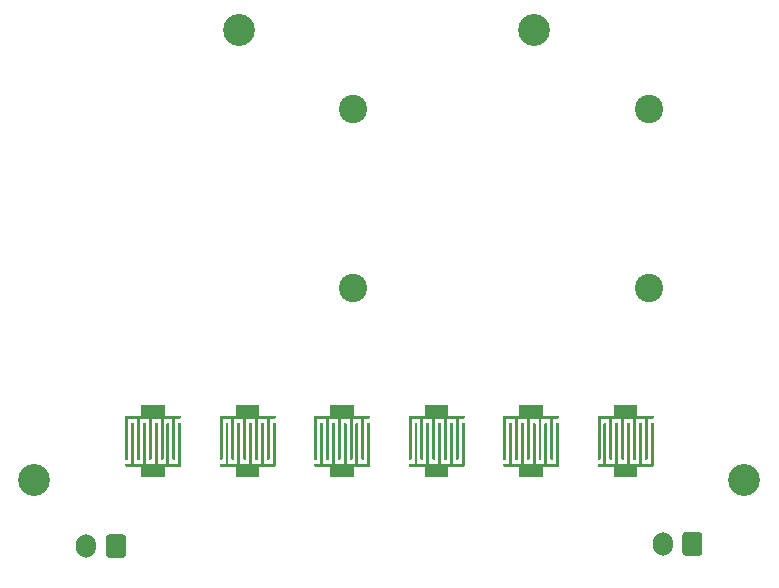
<source format=gbs>
G04 #@! TF.GenerationSoftware,KiCad,Pcbnew,(5.1.9-0-10_14)*
G04 #@! TF.CreationDate,2021-10-10T20:01:10+11:00*
G04 #@! TF.ProjectId,Control Board,436f6e74-726f-46c2-9042-6f6172642e6b,rev?*
G04 #@! TF.SameCoordinates,Original*
G04 #@! TF.FileFunction,Soldermask,Bot*
G04 #@! TF.FilePolarity,Negative*
%FSLAX46Y46*%
G04 Gerber Fmt 4.6, Leading zero omitted, Abs format (unit mm)*
G04 Created by KiCad (PCBNEW (5.1.9-0-10_14)) date 2021-10-10 20:01:10*
%MOMM*%
%LPD*%
G01*
G04 APERTURE LIST*
%ADD10C,2.700000*%
%ADD11O,1.700000X2.000000*%
%ADD12C,2.400000*%
%ADD13C,0.100000*%
G04 APERTURE END LIST*
D10*
X139300000Y-140500000D03*
X79200000Y-140500000D03*
X121500000Y-102400000D03*
X96500000Y-102400000D03*
G36*
G01*
X86950000Y-145350000D02*
X86950000Y-146850000D01*
G75*
G02*
X86700000Y-147100000I-250000J0D01*
G01*
X85500000Y-147100000D01*
G75*
G02*
X85250000Y-146850000I0J250000D01*
G01*
X85250000Y-145350000D01*
G75*
G02*
X85500000Y-145100000I250000J0D01*
G01*
X86700000Y-145100000D01*
G75*
G02*
X86950000Y-145350000I0J-250000D01*
G01*
G37*
D11*
X83600000Y-146100000D03*
D12*
X106150000Y-109100000D03*
X106150000Y-124210000D03*
X131250000Y-109100000D03*
X131250000Y-124210000D03*
D13*
G36*
X86986934Y-138794315D02*
G01*
X86974865Y-138792447D01*
X86963036Y-138789410D01*
X86951561Y-138785233D01*
X86940547Y-138779956D01*
X86930101Y-138773630D01*
X86920322Y-138766314D01*
X86911304Y-138758079D01*
X86903132Y-138749004D01*
X86895885Y-138739174D01*
X86889632Y-138728684D01*
X86884432Y-138717634D01*
X86880335Y-138706129D01*
X86877381Y-138694279D01*
X86875597Y-138682198D01*
X86875000Y-138670000D01*
X86875000Y-135170000D01*
X86875006Y-135169189D01*
X86875003Y-135169127D01*
X86875006Y-135169066D01*
X86875012Y-135168255D01*
X86875370Y-135162566D01*
X86875685Y-135156934D01*
X86875751Y-135156505D01*
X86875779Y-135156066D01*
X86876683Y-135150486D01*
X86877553Y-135144865D01*
X86877663Y-135144436D01*
X86877732Y-135144011D01*
X86879165Y-135138588D01*
X86880590Y-135133036D01*
X86880740Y-135132623D01*
X86880851Y-135132204D01*
X86882827Y-135126892D01*
X86884767Y-135121561D01*
X86884955Y-135121169D01*
X86885108Y-135120757D01*
X86887594Y-135115660D01*
X86890044Y-135110547D01*
X86890272Y-135110170D01*
X86890462Y-135109781D01*
X86893408Y-135104991D01*
X86896370Y-135100101D01*
X86896634Y-135099749D01*
X86896861Y-135099379D01*
X86900288Y-135094864D01*
X86903686Y-135090322D01*
X86903979Y-135090001D01*
X86904244Y-135089652D01*
X86908126Y-135085460D01*
X86911921Y-135081304D01*
X86912242Y-135081015D01*
X86912542Y-135080691D01*
X86916769Y-135076939D01*
X86920996Y-135073132D01*
X86921353Y-135072869D01*
X86921675Y-135072583D01*
X86926237Y-135069268D01*
X86930826Y-135065885D01*
X86931199Y-135065663D01*
X86931555Y-135065404D01*
X86936466Y-135062523D01*
X86941316Y-135059632D01*
X86941711Y-135059446D01*
X86942088Y-135059225D01*
X86947246Y-135056842D01*
X86952366Y-135054432D01*
X86952775Y-135054286D01*
X86953174Y-135054102D01*
X86958532Y-135052236D01*
X86963871Y-135050335D01*
X86964297Y-135050229D01*
X86964707Y-135050086D01*
X86970247Y-135048746D01*
X86975721Y-135047381D01*
X86976146Y-135047318D01*
X86976577Y-135047214D01*
X86982291Y-135046411D01*
X86987802Y-135045597D01*
X86988229Y-135045576D01*
X86988671Y-135045514D01*
X86994400Y-135045274D01*
X87000000Y-135045000D01*
X88250000Y-135045000D01*
X88250000Y-134170000D01*
X90250000Y-134170000D01*
X90250000Y-135045000D01*
X91500000Y-135045000D01*
X91501745Y-135045012D01*
X91513934Y-135045779D01*
X91525989Y-135047732D01*
X91537796Y-135050851D01*
X91549243Y-135055108D01*
X91560219Y-135060462D01*
X91570621Y-135066861D01*
X91580348Y-135074244D01*
X91589309Y-135082542D01*
X91597417Y-135091675D01*
X91604596Y-135101555D01*
X91610775Y-135112088D01*
X91615898Y-135123174D01*
X91619914Y-135134707D01*
X91622786Y-135146577D01*
X91624486Y-135158671D01*
X91624997Y-135170873D01*
X91624315Y-135183066D01*
X91622447Y-135195135D01*
X91619410Y-135206964D01*
X91615233Y-135218439D01*
X91609956Y-135229453D01*
X91603630Y-135239899D01*
X91596314Y-135249678D01*
X91588079Y-135258696D01*
X91579004Y-135266868D01*
X91569174Y-135274115D01*
X91558684Y-135280368D01*
X91547634Y-135285568D01*
X91536129Y-135289665D01*
X91524279Y-135292619D01*
X91512198Y-135294403D01*
X91500000Y-135295000D01*
X91125000Y-135295000D01*
X91125000Y-138670000D01*
X91124988Y-138671745D01*
X91124221Y-138683934D01*
X91122268Y-138695989D01*
X91119149Y-138707796D01*
X91114892Y-138719243D01*
X91109538Y-138730219D01*
X91103139Y-138740621D01*
X91095756Y-138750348D01*
X91087458Y-138759309D01*
X91078325Y-138767417D01*
X91068445Y-138774596D01*
X91057912Y-138780775D01*
X91046826Y-138785898D01*
X91035293Y-138789914D01*
X91023423Y-138792786D01*
X91011329Y-138794486D01*
X90999127Y-138794997D01*
X90986934Y-138794315D01*
X90974865Y-138792447D01*
X90963036Y-138789410D01*
X90951561Y-138785233D01*
X90940547Y-138779956D01*
X90930101Y-138773630D01*
X90920322Y-138766314D01*
X90911304Y-138758079D01*
X90903132Y-138749004D01*
X90895885Y-138739174D01*
X90889632Y-138728684D01*
X90884432Y-138717634D01*
X90880335Y-138706129D01*
X90877381Y-138694279D01*
X90875597Y-138682198D01*
X90875000Y-138670000D01*
X90875000Y-135295000D01*
X90125000Y-135295000D01*
X90125000Y-138670000D01*
X90124988Y-138671745D01*
X90124221Y-138683934D01*
X90122268Y-138695989D01*
X90119149Y-138707796D01*
X90114892Y-138719243D01*
X90109538Y-138730219D01*
X90103139Y-138740621D01*
X90095756Y-138750348D01*
X90087458Y-138759309D01*
X90078325Y-138767417D01*
X90068445Y-138774596D01*
X90057912Y-138780775D01*
X90046826Y-138785898D01*
X90035293Y-138789914D01*
X90023423Y-138792786D01*
X90011329Y-138794486D01*
X89999127Y-138794997D01*
X89986934Y-138794315D01*
X89974865Y-138792447D01*
X89963036Y-138789410D01*
X89951561Y-138785233D01*
X89940547Y-138779956D01*
X89930101Y-138773630D01*
X89920322Y-138766314D01*
X89911304Y-138758079D01*
X89903132Y-138749004D01*
X89895885Y-138739174D01*
X89889632Y-138728684D01*
X89884432Y-138717634D01*
X89880335Y-138706129D01*
X89877381Y-138694279D01*
X89875597Y-138682198D01*
X89875000Y-138670000D01*
X89875000Y-135295000D01*
X89125000Y-135295000D01*
X89125000Y-138670000D01*
X89124988Y-138671745D01*
X89124221Y-138683934D01*
X89122268Y-138695989D01*
X89119149Y-138707796D01*
X89114892Y-138719243D01*
X89109538Y-138730219D01*
X89103139Y-138740621D01*
X89095756Y-138750348D01*
X89087458Y-138759309D01*
X89078325Y-138767417D01*
X89068445Y-138774596D01*
X89057912Y-138780775D01*
X89046826Y-138785898D01*
X89035293Y-138789914D01*
X89023423Y-138792786D01*
X89011329Y-138794486D01*
X88999127Y-138794997D01*
X88986934Y-138794315D01*
X88974865Y-138792447D01*
X88963036Y-138789410D01*
X88951561Y-138785233D01*
X88940547Y-138779956D01*
X88930101Y-138773630D01*
X88920322Y-138766314D01*
X88911304Y-138758079D01*
X88903132Y-138749004D01*
X88895885Y-138739174D01*
X88889632Y-138728684D01*
X88884432Y-138717634D01*
X88880335Y-138706129D01*
X88877381Y-138694279D01*
X88875597Y-138682198D01*
X88875000Y-138670000D01*
X88875000Y-135295000D01*
X88125000Y-135295000D01*
X88125000Y-138670000D01*
X88124988Y-138671745D01*
X88124221Y-138683934D01*
X88122268Y-138695989D01*
X88119149Y-138707796D01*
X88114892Y-138719243D01*
X88109538Y-138730219D01*
X88103139Y-138740621D01*
X88095756Y-138750348D01*
X88087458Y-138759309D01*
X88078325Y-138767417D01*
X88068445Y-138774596D01*
X88057912Y-138780775D01*
X88046826Y-138785898D01*
X88035293Y-138789914D01*
X88023423Y-138792786D01*
X88011329Y-138794486D01*
X87999127Y-138794997D01*
X87986934Y-138794315D01*
X87974865Y-138792447D01*
X87963036Y-138789410D01*
X87951561Y-138785233D01*
X87940547Y-138779956D01*
X87930101Y-138773630D01*
X87920322Y-138766314D01*
X87911304Y-138758079D01*
X87903132Y-138749004D01*
X87895885Y-138739174D01*
X87889632Y-138728684D01*
X87884432Y-138717634D01*
X87880335Y-138706129D01*
X87877381Y-138694279D01*
X87875597Y-138682198D01*
X87875000Y-138670000D01*
X87875000Y-135295000D01*
X87125000Y-135295000D01*
X87125000Y-138670000D01*
X87124988Y-138671745D01*
X87124221Y-138683934D01*
X87122268Y-138695989D01*
X87119149Y-138707796D01*
X87114892Y-138719243D01*
X87109538Y-138730219D01*
X87103139Y-138740621D01*
X87095756Y-138750348D01*
X87087458Y-138759309D01*
X87078325Y-138767417D01*
X87068445Y-138774596D01*
X87057912Y-138780775D01*
X87046826Y-138785898D01*
X87035293Y-138789914D01*
X87023423Y-138792786D01*
X87011329Y-138794486D01*
X86999127Y-138794997D01*
X86986934Y-138794315D01*
G37*
G36*
X91513066Y-135625685D02*
G01*
X91525135Y-135627553D01*
X91536964Y-135630590D01*
X91548439Y-135634767D01*
X91559453Y-135640044D01*
X91569899Y-135646370D01*
X91579678Y-135653686D01*
X91588696Y-135661921D01*
X91596868Y-135670996D01*
X91604115Y-135680826D01*
X91610368Y-135691316D01*
X91615568Y-135702366D01*
X91619665Y-135713871D01*
X91622619Y-135725721D01*
X91624403Y-135737802D01*
X91625000Y-135750000D01*
X91625000Y-139250000D01*
X91624994Y-139250811D01*
X91624997Y-139250873D01*
X91624994Y-139250934D01*
X91624988Y-139251745D01*
X91624630Y-139257434D01*
X91624315Y-139263066D01*
X91624249Y-139263495D01*
X91624221Y-139263934D01*
X91623317Y-139269514D01*
X91622447Y-139275135D01*
X91622337Y-139275564D01*
X91622268Y-139275989D01*
X91620835Y-139281412D01*
X91619410Y-139286964D01*
X91619260Y-139287377D01*
X91619149Y-139287796D01*
X91617173Y-139293108D01*
X91615233Y-139298439D01*
X91615045Y-139298831D01*
X91614892Y-139299243D01*
X91612406Y-139304340D01*
X91609956Y-139309453D01*
X91609728Y-139309830D01*
X91609538Y-139310219D01*
X91606592Y-139315009D01*
X91603630Y-139319899D01*
X91603366Y-139320251D01*
X91603139Y-139320621D01*
X91599712Y-139325136D01*
X91596314Y-139329678D01*
X91596021Y-139329999D01*
X91595756Y-139330348D01*
X91591874Y-139334540D01*
X91588079Y-139338696D01*
X91587758Y-139338985D01*
X91587458Y-139339309D01*
X91583231Y-139343061D01*
X91579004Y-139346868D01*
X91578647Y-139347131D01*
X91578325Y-139347417D01*
X91573763Y-139350732D01*
X91569174Y-139354115D01*
X91568801Y-139354337D01*
X91568445Y-139354596D01*
X91563534Y-139357477D01*
X91558684Y-139360368D01*
X91558289Y-139360554D01*
X91557912Y-139360775D01*
X91552754Y-139363158D01*
X91547634Y-139365568D01*
X91547225Y-139365714D01*
X91546826Y-139365898D01*
X91541468Y-139367764D01*
X91536129Y-139369665D01*
X91535703Y-139369771D01*
X91535293Y-139369914D01*
X91529753Y-139371254D01*
X91524279Y-139372619D01*
X91523854Y-139372682D01*
X91523423Y-139372786D01*
X91517709Y-139373589D01*
X91512198Y-139374403D01*
X91511771Y-139374424D01*
X91511329Y-139374486D01*
X91505600Y-139374726D01*
X91500000Y-139375000D01*
X90250000Y-139375000D01*
X90250000Y-140250000D01*
X88250000Y-140250000D01*
X88250000Y-139375000D01*
X87000000Y-139375000D01*
X86998255Y-139374988D01*
X86986066Y-139374221D01*
X86974011Y-139372268D01*
X86962204Y-139369149D01*
X86950757Y-139364892D01*
X86939781Y-139359538D01*
X86929379Y-139353139D01*
X86919652Y-139345756D01*
X86910691Y-139337458D01*
X86902583Y-139328325D01*
X86895404Y-139318445D01*
X86889225Y-139307912D01*
X86884102Y-139296826D01*
X86880086Y-139285293D01*
X86877214Y-139273423D01*
X86875514Y-139261329D01*
X86875003Y-139249127D01*
X86875685Y-139236934D01*
X86877553Y-139224865D01*
X86880590Y-139213036D01*
X86884767Y-139201561D01*
X86890044Y-139190547D01*
X86896370Y-139180101D01*
X86903686Y-139170322D01*
X86911921Y-139161304D01*
X86920996Y-139153132D01*
X86930826Y-139145885D01*
X86941316Y-139139632D01*
X86952366Y-139134432D01*
X86963871Y-139130335D01*
X86975721Y-139127381D01*
X86987802Y-139125597D01*
X87000000Y-139125000D01*
X87375000Y-139125000D01*
X87375000Y-135750000D01*
X87375012Y-135748255D01*
X87375779Y-135736066D01*
X87377732Y-135724011D01*
X87380851Y-135712204D01*
X87385108Y-135700757D01*
X87390462Y-135689781D01*
X87396861Y-135679379D01*
X87404244Y-135669652D01*
X87412542Y-135660691D01*
X87421675Y-135652583D01*
X87431555Y-135645404D01*
X87442088Y-135639225D01*
X87453174Y-135634102D01*
X87464707Y-135630086D01*
X87476577Y-135627214D01*
X87488671Y-135625514D01*
X87500873Y-135625003D01*
X87513066Y-135625685D01*
X87525135Y-135627553D01*
X87536964Y-135630590D01*
X87548439Y-135634767D01*
X87559453Y-135640044D01*
X87569899Y-135646370D01*
X87579678Y-135653686D01*
X87588696Y-135661921D01*
X87596868Y-135670996D01*
X87604115Y-135680826D01*
X87610368Y-135691316D01*
X87615568Y-135702366D01*
X87619665Y-135713871D01*
X87622619Y-135725721D01*
X87624403Y-135737802D01*
X87625000Y-135750000D01*
X87625000Y-139125000D01*
X88375000Y-139125000D01*
X88375000Y-135750000D01*
X88375012Y-135748255D01*
X88375779Y-135736066D01*
X88377732Y-135724011D01*
X88380851Y-135712204D01*
X88385108Y-135700757D01*
X88390462Y-135689781D01*
X88396861Y-135679379D01*
X88404244Y-135669652D01*
X88412542Y-135660691D01*
X88421675Y-135652583D01*
X88431555Y-135645404D01*
X88442088Y-135639225D01*
X88453174Y-135634102D01*
X88464707Y-135630086D01*
X88476577Y-135627214D01*
X88488671Y-135625514D01*
X88500873Y-135625003D01*
X88513066Y-135625685D01*
X88525135Y-135627553D01*
X88536964Y-135630590D01*
X88548439Y-135634767D01*
X88559453Y-135640044D01*
X88569899Y-135646370D01*
X88579678Y-135653686D01*
X88588696Y-135661921D01*
X88596868Y-135670996D01*
X88604115Y-135680826D01*
X88610368Y-135691316D01*
X88615568Y-135702366D01*
X88619665Y-135713871D01*
X88622619Y-135725721D01*
X88624403Y-135737802D01*
X88625000Y-135750000D01*
X88625000Y-139125000D01*
X89375000Y-139125000D01*
X89375000Y-135750000D01*
X89375012Y-135748255D01*
X89375779Y-135736066D01*
X89377732Y-135724011D01*
X89380851Y-135712204D01*
X89385108Y-135700757D01*
X89390462Y-135689781D01*
X89396861Y-135679379D01*
X89404244Y-135669652D01*
X89412542Y-135660691D01*
X89421675Y-135652583D01*
X89431555Y-135645404D01*
X89442088Y-135639225D01*
X89453174Y-135634102D01*
X89464707Y-135630086D01*
X89476577Y-135627214D01*
X89488671Y-135625514D01*
X89500873Y-135625003D01*
X89513066Y-135625685D01*
X89525135Y-135627553D01*
X89536964Y-135630590D01*
X89548439Y-135634767D01*
X89559453Y-135640044D01*
X89569899Y-135646370D01*
X89579678Y-135653686D01*
X89588696Y-135661921D01*
X89596868Y-135670996D01*
X89604115Y-135680826D01*
X89610368Y-135691316D01*
X89615568Y-135702366D01*
X89619665Y-135713871D01*
X89622619Y-135725721D01*
X89624403Y-135737802D01*
X89625000Y-135750000D01*
X89625000Y-139125000D01*
X90375000Y-139125000D01*
X90375000Y-135750000D01*
X90375012Y-135748255D01*
X90375779Y-135736066D01*
X90377732Y-135724011D01*
X90380851Y-135712204D01*
X90385108Y-135700757D01*
X90390462Y-135689781D01*
X90396861Y-135679379D01*
X90404244Y-135669652D01*
X90412542Y-135660691D01*
X90421675Y-135652583D01*
X90431555Y-135645404D01*
X90442088Y-135639225D01*
X90453174Y-135634102D01*
X90464707Y-135630086D01*
X90476577Y-135627214D01*
X90488671Y-135625514D01*
X90500873Y-135625003D01*
X90513066Y-135625685D01*
X90525135Y-135627553D01*
X90536964Y-135630590D01*
X90548439Y-135634767D01*
X90559453Y-135640044D01*
X90569899Y-135646370D01*
X90579678Y-135653686D01*
X90588696Y-135661921D01*
X90596868Y-135670996D01*
X90604115Y-135680826D01*
X90610368Y-135691316D01*
X90615568Y-135702366D01*
X90619665Y-135713871D01*
X90622619Y-135725721D01*
X90624403Y-135737802D01*
X90625000Y-135750000D01*
X90625000Y-139125000D01*
X91375000Y-139125000D01*
X91375000Y-135750000D01*
X91375012Y-135748255D01*
X91375779Y-135736066D01*
X91377732Y-135724011D01*
X91380851Y-135712204D01*
X91385108Y-135700757D01*
X91390462Y-135689781D01*
X91396861Y-135679379D01*
X91404244Y-135669652D01*
X91412542Y-135660691D01*
X91421675Y-135652583D01*
X91431555Y-135645404D01*
X91442088Y-135639225D01*
X91453174Y-135634102D01*
X91464707Y-135630086D01*
X91476577Y-135627214D01*
X91488671Y-135625514D01*
X91500873Y-135625003D01*
X91513066Y-135625685D01*
G37*
G36*
G01*
X135750000Y-145150000D02*
X135750000Y-146650000D01*
G75*
G02*
X135500000Y-146900000I-250000J0D01*
G01*
X134300000Y-146900000D01*
G75*
G02*
X134050000Y-146650000I0J250000D01*
G01*
X134050000Y-145150000D01*
G75*
G02*
X134300000Y-144900000I250000J0D01*
G01*
X135500000Y-144900000D01*
G75*
G02*
X135750000Y-145150000I0J-250000D01*
G01*
G37*
D11*
X132400000Y-145900000D03*
D13*
G36*
X131513066Y-135625685D02*
G01*
X131525135Y-135627553D01*
X131536964Y-135630590D01*
X131548439Y-135634767D01*
X131559453Y-135640044D01*
X131569899Y-135646370D01*
X131579678Y-135653686D01*
X131588696Y-135661921D01*
X131596868Y-135670996D01*
X131604115Y-135680826D01*
X131610368Y-135691316D01*
X131615568Y-135702366D01*
X131619665Y-135713871D01*
X131622619Y-135725721D01*
X131624403Y-135737802D01*
X131625000Y-135750000D01*
X131625000Y-139250000D01*
X131624994Y-139250811D01*
X131624997Y-139250873D01*
X131624994Y-139250934D01*
X131624988Y-139251745D01*
X131624630Y-139257434D01*
X131624315Y-139263066D01*
X131624249Y-139263495D01*
X131624221Y-139263934D01*
X131623317Y-139269514D01*
X131622447Y-139275135D01*
X131622337Y-139275564D01*
X131622268Y-139275989D01*
X131620835Y-139281412D01*
X131619410Y-139286964D01*
X131619260Y-139287377D01*
X131619149Y-139287796D01*
X131617173Y-139293108D01*
X131615233Y-139298439D01*
X131615045Y-139298831D01*
X131614892Y-139299243D01*
X131612406Y-139304340D01*
X131609956Y-139309453D01*
X131609728Y-139309830D01*
X131609538Y-139310219D01*
X131606592Y-139315009D01*
X131603630Y-139319899D01*
X131603366Y-139320251D01*
X131603139Y-139320621D01*
X131599712Y-139325136D01*
X131596314Y-139329678D01*
X131596021Y-139329999D01*
X131595756Y-139330348D01*
X131591874Y-139334540D01*
X131588079Y-139338696D01*
X131587758Y-139338985D01*
X131587458Y-139339309D01*
X131583231Y-139343061D01*
X131579004Y-139346868D01*
X131578647Y-139347131D01*
X131578325Y-139347417D01*
X131573763Y-139350732D01*
X131569174Y-139354115D01*
X131568801Y-139354337D01*
X131568445Y-139354596D01*
X131563534Y-139357477D01*
X131558684Y-139360368D01*
X131558289Y-139360554D01*
X131557912Y-139360775D01*
X131552754Y-139363158D01*
X131547634Y-139365568D01*
X131547225Y-139365714D01*
X131546826Y-139365898D01*
X131541468Y-139367764D01*
X131536129Y-139369665D01*
X131535703Y-139369771D01*
X131535293Y-139369914D01*
X131529753Y-139371254D01*
X131524279Y-139372619D01*
X131523854Y-139372682D01*
X131523423Y-139372786D01*
X131517709Y-139373589D01*
X131512198Y-139374403D01*
X131511771Y-139374424D01*
X131511329Y-139374486D01*
X131505600Y-139374726D01*
X131500000Y-139375000D01*
X130250000Y-139375000D01*
X130250000Y-140250000D01*
X128250000Y-140250000D01*
X128250000Y-139375000D01*
X127000000Y-139375000D01*
X126998255Y-139374988D01*
X126986066Y-139374221D01*
X126974011Y-139372268D01*
X126962204Y-139369149D01*
X126950757Y-139364892D01*
X126939781Y-139359538D01*
X126929379Y-139353139D01*
X126919652Y-139345756D01*
X126910691Y-139337458D01*
X126902583Y-139328325D01*
X126895404Y-139318445D01*
X126889225Y-139307912D01*
X126884102Y-139296826D01*
X126880086Y-139285293D01*
X126877214Y-139273423D01*
X126875514Y-139261329D01*
X126875003Y-139249127D01*
X126875685Y-139236934D01*
X126877553Y-139224865D01*
X126880590Y-139213036D01*
X126884767Y-139201561D01*
X126890044Y-139190547D01*
X126896370Y-139180101D01*
X126903686Y-139170322D01*
X126911921Y-139161304D01*
X126920996Y-139153132D01*
X126930826Y-139145885D01*
X126941316Y-139139632D01*
X126952366Y-139134432D01*
X126963871Y-139130335D01*
X126975721Y-139127381D01*
X126987802Y-139125597D01*
X127000000Y-139125000D01*
X127375000Y-139125000D01*
X127375000Y-135750000D01*
X127375012Y-135748255D01*
X127375779Y-135736066D01*
X127377732Y-135724011D01*
X127380851Y-135712204D01*
X127385108Y-135700757D01*
X127390462Y-135689781D01*
X127396861Y-135679379D01*
X127404244Y-135669652D01*
X127412542Y-135660691D01*
X127421675Y-135652583D01*
X127431555Y-135645404D01*
X127442088Y-135639225D01*
X127453174Y-135634102D01*
X127464707Y-135630086D01*
X127476577Y-135627214D01*
X127488671Y-135625514D01*
X127500873Y-135625003D01*
X127513066Y-135625685D01*
X127525135Y-135627553D01*
X127536964Y-135630590D01*
X127548439Y-135634767D01*
X127559453Y-135640044D01*
X127569899Y-135646370D01*
X127579678Y-135653686D01*
X127588696Y-135661921D01*
X127596868Y-135670996D01*
X127604115Y-135680826D01*
X127610368Y-135691316D01*
X127615568Y-135702366D01*
X127619665Y-135713871D01*
X127622619Y-135725721D01*
X127624403Y-135737802D01*
X127625000Y-135750000D01*
X127625000Y-139125000D01*
X128375000Y-139125000D01*
X128375000Y-135750000D01*
X128375012Y-135748255D01*
X128375779Y-135736066D01*
X128377732Y-135724011D01*
X128380851Y-135712204D01*
X128385108Y-135700757D01*
X128390462Y-135689781D01*
X128396861Y-135679379D01*
X128404244Y-135669652D01*
X128412542Y-135660691D01*
X128421675Y-135652583D01*
X128431555Y-135645404D01*
X128442088Y-135639225D01*
X128453174Y-135634102D01*
X128464707Y-135630086D01*
X128476577Y-135627214D01*
X128488671Y-135625514D01*
X128500873Y-135625003D01*
X128513066Y-135625685D01*
X128525135Y-135627553D01*
X128536964Y-135630590D01*
X128548439Y-135634767D01*
X128559453Y-135640044D01*
X128569899Y-135646370D01*
X128579678Y-135653686D01*
X128588696Y-135661921D01*
X128596868Y-135670996D01*
X128604115Y-135680826D01*
X128610368Y-135691316D01*
X128615568Y-135702366D01*
X128619665Y-135713871D01*
X128622619Y-135725721D01*
X128624403Y-135737802D01*
X128625000Y-135750000D01*
X128625000Y-139125000D01*
X129375000Y-139125000D01*
X129375000Y-135750000D01*
X129375012Y-135748255D01*
X129375779Y-135736066D01*
X129377732Y-135724011D01*
X129380851Y-135712204D01*
X129385108Y-135700757D01*
X129390462Y-135689781D01*
X129396861Y-135679379D01*
X129404244Y-135669652D01*
X129412542Y-135660691D01*
X129421675Y-135652583D01*
X129431555Y-135645404D01*
X129442088Y-135639225D01*
X129453174Y-135634102D01*
X129464707Y-135630086D01*
X129476577Y-135627214D01*
X129488671Y-135625514D01*
X129500873Y-135625003D01*
X129513066Y-135625685D01*
X129525135Y-135627553D01*
X129536964Y-135630590D01*
X129548439Y-135634767D01*
X129559453Y-135640044D01*
X129569899Y-135646370D01*
X129579678Y-135653686D01*
X129588696Y-135661921D01*
X129596868Y-135670996D01*
X129604115Y-135680826D01*
X129610368Y-135691316D01*
X129615568Y-135702366D01*
X129619665Y-135713871D01*
X129622619Y-135725721D01*
X129624403Y-135737802D01*
X129625000Y-135750000D01*
X129625000Y-139125000D01*
X130375000Y-139125000D01*
X130375000Y-135750000D01*
X130375012Y-135748255D01*
X130375779Y-135736066D01*
X130377732Y-135724011D01*
X130380851Y-135712204D01*
X130385108Y-135700757D01*
X130390462Y-135689781D01*
X130396861Y-135679379D01*
X130404244Y-135669652D01*
X130412542Y-135660691D01*
X130421675Y-135652583D01*
X130431555Y-135645404D01*
X130442088Y-135639225D01*
X130453174Y-135634102D01*
X130464707Y-135630086D01*
X130476577Y-135627214D01*
X130488671Y-135625514D01*
X130500873Y-135625003D01*
X130513066Y-135625685D01*
X130525135Y-135627553D01*
X130536964Y-135630590D01*
X130548439Y-135634767D01*
X130559453Y-135640044D01*
X130569899Y-135646370D01*
X130579678Y-135653686D01*
X130588696Y-135661921D01*
X130596868Y-135670996D01*
X130604115Y-135680826D01*
X130610368Y-135691316D01*
X130615568Y-135702366D01*
X130619665Y-135713871D01*
X130622619Y-135725721D01*
X130624403Y-135737802D01*
X130625000Y-135750000D01*
X130625000Y-139125000D01*
X131375000Y-139125000D01*
X131375000Y-135750000D01*
X131375012Y-135748255D01*
X131375779Y-135736066D01*
X131377732Y-135724011D01*
X131380851Y-135712204D01*
X131385108Y-135700757D01*
X131390462Y-135689781D01*
X131396861Y-135679379D01*
X131404244Y-135669652D01*
X131412542Y-135660691D01*
X131421675Y-135652583D01*
X131431555Y-135645404D01*
X131442088Y-135639225D01*
X131453174Y-135634102D01*
X131464707Y-135630086D01*
X131476577Y-135627214D01*
X131488671Y-135625514D01*
X131500873Y-135625003D01*
X131513066Y-135625685D01*
G37*
G36*
X126986934Y-138794315D02*
G01*
X126974865Y-138792447D01*
X126963036Y-138789410D01*
X126951561Y-138785233D01*
X126940547Y-138779956D01*
X126930101Y-138773630D01*
X126920322Y-138766314D01*
X126911304Y-138758079D01*
X126903132Y-138749004D01*
X126895885Y-138739174D01*
X126889632Y-138728684D01*
X126884432Y-138717634D01*
X126880335Y-138706129D01*
X126877381Y-138694279D01*
X126875597Y-138682198D01*
X126875000Y-138670000D01*
X126875000Y-135170000D01*
X126875006Y-135169189D01*
X126875003Y-135169127D01*
X126875006Y-135169066D01*
X126875012Y-135168255D01*
X126875370Y-135162566D01*
X126875685Y-135156934D01*
X126875751Y-135156505D01*
X126875779Y-135156066D01*
X126876683Y-135150486D01*
X126877553Y-135144865D01*
X126877663Y-135144436D01*
X126877732Y-135144011D01*
X126879165Y-135138588D01*
X126880590Y-135133036D01*
X126880740Y-135132623D01*
X126880851Y-135132204D01*
X126882827Y-135126892D01*
X126884767Y-135121561D01*
X126884955Y-135121169D01*
X126885108Y-135120757D01*
X126887594Y-135115660D01*
X126890044Y-135110547D01*
X126890272Y-135110170D01*
X126890462Y-135109781D01*
X126893408Y-135104991D01*
X126896370Y-135100101D01*
X126896634Y-135099749D01*
X126896861Y-135099379D01*
X126900288Y-135094864D01*
X126903686Y-135090322D01*
X126903979Y-135090001D01*
X126904244Y-135089652D01*
X126908126Y-135085460D01*
X126911921Y-135081304D01*
X126912242Y-135081015D01*
X126912542Y-135080691D01*
X126916769Y-135076939D01*
X126920996Y-135073132D01*
X126921353Y-135072869D01*
X126921675Y-135072583D01*
X126926237Y-135069268D01*
X126930826Y-135065885D01*
X126931199Y-135065663D01*
X126931555Y-135065404D01*
X126936466Y-135062523D01*
X126941316Y-135059632D01*
X126941711Y-135059446D01*
X126942088Y-135059225D01*
X126947246Y-135056842D01*
X126952366Y-135054432D01*
X126952775Y-135054286D01*
X126953174Y-135054102D01*
X126958532Y-135052236D01*
X126963871Y-135050335D01*
X126964297Y-135050229D01*
X126964707Y-135050086D01*
X126970247Y-135048746D01*
X126975721Y-135047381D01*
X126976146Y-135047318D01*
X126976577Y-135047214D01*
X126982291Y-135046411D01*
X126987802Y-135045597D01*
X126988229Y-135045576D01*
X126988671Y-135045514D01*
X126994400Y-135045274D01*
X127000000Y-135045000D01*
X128250000Y-135045000D01*
X128250000Y-134170000D01*
X130250000Y-134170000D01*
X130250000Y-135045000D01*
X131500000Y-135045000D01*
X131501745Y-135045012D01*
X131513934Y-135045779D01*
X131525989Y-135047732D01*
X131537796Y-135050851D01*
X131549243Y-135055108D01*
X131560219Y-135060462D01*
X131570621Y-135066861D01*
X131580348Y-135074244D01*
X131589309Y-135082542D01*
X131597417Y-135091675D01*
X131604596Y-135101555D01*
X131610775Y-135112088D01*
X131615898Y-135123174D01*
X131619914Y-135134707D01*
X131622786Y-135146577D01*
X131624486Y-135158671D01*
X131624997Y-135170873D01*
X131624315Y-135183066D01*
X131622447Y-135195135D01*
X131619410Y-135206964D01*
X131615233Y-135218439D01*
X131609956Y-135229453D01*
X131603630Y-135239899D01*
X131596314Y-135249678D01*
X131588079Y-135258696D01*
X131579004Y-135266868D01*
X131569174Y-135274115D01*
X131558684Y-135280368D01*
X131547634Y-135285568D01*
X131536129Y-135289665D01*
X131524279Y-135292619D01*
X131512198Y-135294403D01*
X131500000Y-135295000D01*
X131125000Y-135295000D01*
X131125000Y-138670000D01*
X131124988Y-138671745D01*
X131124221Y-138683934D01*
X131122268Y-138695989D01*
X131119149Y-138707796D01*
X131114892Y-138719243D01*
X131109538Y-138730219D01*
X131103139Y-138740621D01*
X131095756Y-138750348D01*
X131087458Y-138759309D01*
X131078325Y-138767417D01*
X131068445Y-138774596D01*
X131057912Y-138780775D01*
X131046826Y-138785898D01*
X131035293Y-138789914D01*
X131023423Y-138792786D01*
X131011329Y-138794486D01*
X130999127Y-138794997D01*
X130986934Y-138794315D01*
X130974865Y-138792447D01*
X130963036Y-138789410D01*
X130951561Y-138785233D01*
X130940547Y-138779956D01*
X130930101Y-138773630D01*
X130920322Y-138766314D01*
X130911304Y-138758079D01*
X130903132Y-138749004D01*
X130895885Y-138739174D01*
X130889632Y-138728684D01*
X130884432Y-138717634D01*
X130880335Y-138706129D01*
X130877381Y-138694279D01*
X130875597Y-138682198D01*
X130875000Y-138670000D01*
X130875000Y-135295000D01*
X130125000Y-135295000D01*
X130125000Y-138670000D01*
X130124988Y-138671745D01*
X130124221Y-138683934D01*
X130122268Y-138695989D01*
X130119149Y-138707796D01*
X130114892Y-138719243D01*
X130109538Y-138730219D01*
X130103139Y-138740621D01*
X130095756Y-138750348D01*
X130087458Y-138759309D01*
X130078325Y-138767417D01*
X130068445Y-138774596D01*
X130057912Y-138780775D01*
X130046826Y-138785898D01*
X130035293Y-138789914D01*
X130023423Y-138792786D01*
X130011329Y-138794486D01*
X129999127Y-138794997D01*
X129986934Y-138794315D01*
X129974865Y-138792447D01*
X129963036Y-138789410D01*
X129951561Y-138785233D01*
X129940547Y-138779956D01*
X129930101Y-138773630D01*
X129920322Y-138766314D01*
X129911304Y-138758079D01*
X129903132Y-138749004D01*
X129895885Y-138739174D01*
X129889632Y-138728684D01*
X129884432Y-138717634D01*
X129880335Y-138706129D01*
X129877381Y-138694279D01*
X129875597Y-138682198D01*
X129875000Y-138670000D01*
X129875000Y-135295000D01*
X129125000Y-135295000D01*
X129125000Y-138670000D01*
X129124988Y-138671745D01*
X129124221Y-138683934D01*
X129122268Y-138695989D01*
X129119149Y-138707796D01*
X129114892Y-138719243D01*
X129109538Y-138730219D01*
X129103139Y-138740621D01*
X129095756Y-138750348D01*
X129087458Y-138759309D01*
X129078325Y-138767417D01*
X129068445Y-138774596D01*
X129057912Y-138780775D01*
X129046826Y-138785898D01*
X129035293Y-138789914D01*
X129023423Y-138792786D01*
X129011329Y-138794486D01*
X128999127Y-138794997D01*
X128986934Y-138794315D01*
X128974865Y-138792447D01*
X128963036Y-138789410D01*
X128951561Y-138785233D01*
X128940547Y-138779956D01*
X128930101Y-138773630D01*
X128920322Y-138766314D01*
X128911304Y-138758079D01*
X128903132Y-138749004D01*
X128895885Y-138739174D01*
X128889632Y-138728684D01*
X128884432Y-138717634D01*
X128880335Y-138706129D01*
X128877381Y-138694279D01*
X128875597Y-138682198D01*
X128875000Y-138670000D01*
X128875000Y-135295000D01*
X128125000Y-135295000D01*
X128125000Y-138670000D01*
X128124988Y-138671745D01*
X128124221Y-138683934D01*
X128122268Y-138695989D01*
X128119149Y-138707796D01*
X128114892Y-138719243D01*
X128109538Y-138730219D01*
X128103139Y-138740621D01*
X128095756Y-138750348D01*
X128087458Y-138759309D01*
X128078325Y-138767417D01*
X128068445Y-138774596D01*
X128057912Y-138780775D01*
X128046826Y-138785898D01*
X128035293Y-138789914D01*
X128023423Y-138792786D01*
X128011329Y-138794486D01*
X127999127Y-138794997D01*
X127986934Y-138794315D01*
X127974865Y-138792447D01*
X127963036Y-138789410D01*
X127951561Y-138785233D01*
X127940547Y-138779956D01*
X127930101Y-138773630D01*
X127920322Y-138766314D01*
X127911304Y-138758079D01*
X127903132Y-138749004D01*
X127895885Y-138739174D01*
X127889632Y-138728684D01*
X127884432Y-138717634D01*
X127880335Y-138706129D01*
X127877381Y-138694279D01*
X127875597Y-138682198D01*
X127875000Y-138670000D01*
X127875000Y-135295000D01*
X127125000Y-135295000D01*
X127125000Y-138670000D01*
X127124988Y-138671745D01*
X127124221Y-138683934D01*
X127122268Y-138695989D01*
X127119149Y-138707796D01*
X127114892Y-138719243D01*
X127109538Y-138730219D01*
X127103139Y-138740621D01*
X127095756Y-138750348D01*
X127087458Y-138759309D01*
X127078325Y-138767417D01*
X127068445Y-138774596D01*
X127057912Y-138780775D01*
X127046826Y-138785898D01*
X127035293Y-138789914D01*
X127023423Y-138792786D01*
X127011329Y-138794486D01*
X126999127Y-138794997D01*
X126986934Y-138794315D01*
G37*
G36*
X123513066Y-135625685D02*
G01*
X123525135Y-135627553D01*
X123536964Y-135630590D01*
X123548439Y-135634767D01*
X123559453Y-135640044D01*
X123569899Y-135646370D01*
X123579678Y-135653686D01*
X123588696Y-135661921D01*
X123596868Y-135670996D01*
X123604115Y-135680826D01*
X123610368Y-135691316D01*
X123615568Y-135702366D01*
X123619665Y-135713871D01*
X123622619Y-135725721D01*
X123624403Y-135737802D01*
X123625000Y-135750000D01*
X123625000Y-139250000D01*
X123624994Y-139250811D01*
X123624997Y-139250873D01*
X123624994Y-139250934D01*
X123624988Y-139251745D01*
X123624630Y-139257434D01*
X123624315Y-139263066D01*
X123624249Y-139263495D01*
X123624221Y-139263934D01*
X123623317Y-139269514D01*
X123622447Y-139275135D01*
X123622337Y-139275564D01*
X123622268Y-139275989D01*
X123620835Y-139281412D01*
X123619410Y-139286964D01*
X123619260Y-139287377D01*
X123619149Y-139287796D01*
X123617173Y-139293108D01*
X123615233Y-139298439D01*
X123615045Y-139298831D01*
X123614892Y-139299243D01*
X123612406Y-139304340D01*
X123609956Y-139309453D01*
X123609728Y-139309830D01*
X123609538Y-139310219D01*
X123606592Y-139315009D01*
X123603630Y-139319899D01*
X123603366Y-139320251D01*
X123603139Y-139320621D01*
X123599712Y-139325136D01*
X123596314Y-139329678D01*
X123596021Y-139329999D01*
X123595756Y-139330348D01*
X123591874Y-139334540D01*
X123588079Y-139338696D01*
X123587758Y-139338985D01*
X123587458Y-139339309D01*
X123583231Y-139343061D01*
X123579004Y-139346868D01*
X123578647Y-139347131D01*
X123578325Y-139347417D01*
X123573763Y-139350732D01*
X123569174Y-139354115D01*
X123568801Y-139354337D01*
X123568445Y-139354596D01*
X123563534Y-139357477D01*
X123558684Y-139360368D01*
X123558289Y-139360554D01*
X123557912Y-139360775D01*
X123552754Y-139363158D01*
X123547634Y-139365568D01*
X123547225Y-139365714D01*
X123546826Y-139365898D01*
X123541468Y-139367764D01*
X123536129Y-139369665D01*
X123535703Y-139369771D01*
X123535293Y-139369914D01*
X123529753Y-139371254D01*
X123524279Y-139372619D01*
X123523854Y-139372682D01*
X123523423Y-139372786D01*
X123517709Y-139373589D01*
X123512198Y-139374403D01*
X123511771Y-139374424D01*
X123511329Y-139374486D01*
X123505600Y-139374726D01*
X123500000Y-139375000D01*
X122250000Y-139375000D01*
X122250000Y-140250000D01*
X120250000Y-140250000D01*
X120250000Y-139375000D01*
X119000000Y-139375000D01*
X118998255Y-139374988D01*
X118986066Y-139374221D01*
X118974011Y-139372268D01*
X118962204Y-139369149D01*
X118950757Y-139364892D01*
X118939781Y-139359538D01*
X118929379Y-139353139D01*
X118919652Y-139345756D01*
X118910691Y-139337458D01*
X118902583Y-139328325D01*
X118895404Y-139318445D01*
X118889225Y-139307912D01*
X118884102Y-139296826D01*
X118880086Y-139285293D01*
X118877214Y-139273423D01*
X118875514Y-139261329D01*
X118875003Y-139249127D01*
X118875685Y-139236934D01*
X118877553Y-139224865D01*
X118880590Y-139213036D01*
X118884767Y-139201561D01*
X118890044Y-139190547D01*
X118896370Y-139180101D01*
X118903686Y-139170322D01*
X118911921Y-139161304D01*
X118920996Y-139153132D01*
X118930826Y-139145885D01*
X118941316Y-139139632D01*
X118952366Y-139134432D01*
X118963871Y-139130335D01*
X118975721Y-139127381D01*
X118987802Y-139125597D01*
X119000000Y-139125000D01*
X119375000Y-139125000D01*
X119375000Y-135750000D01*
X119375012Y-135748255D01*
X119375779Y-135736066D01*
X119377732Y-135724011D01*
X119380851Y-135712204D01*
X119385108Y-135700757D01*
X119390462Y-135689781D01*
X119396861Y-135679379D01*
X119404244Y-135669652D01*
X119412542Y-135660691D01*
X119421675Y-135652583D01*
X119431555Y-135645404D01*
X119442088Y-135639225D01*
X119453174Y-135634102D01*
X119464707Y-135630086D01*
X119476577Y-135627214D01*
X119488671Y-135625514D01*
X119500873Y-135625003D01*
X119513066Y-135625685D01*
X119525135Y-135627553D01*
X119536964Y-135630590D01*
X119548439Y-135634767D01*
X119559453Y-135640044D01*
X119569899Y-135646370D01*
X119579678Y-135653686D01*
X119588696Y-135661921D01*
X119596868Y-135670996D01*
X119604115Y-135680826D01*
X119610368Y-135691316D01*
X119615568Y-135702366D01*
X119619665Y-135713871D01*
X119622619Y-135725721D01*
X119624403Y-135737802D01*
X119625000Y-135750000D01*
X119625000Y-139125000D01*
X120375000Y-139125000D01*
X120375000Y-135750000D01*
X120375012Y-135748255D01*
X120375779Y-135736066D01*
X120377732Y-135724011D01*
X120380851Y-135712204D01*
X120385108Y-135700757D01*
X120390462Y-135689781D01*
X120396861Y-135679379D01*
X120404244Y-135669652D01*
X120412542Y-135660691D01*
X120421675Y-135652583D01*
X120431555Y-135645404D01*
X120442088Y-135639225D01*
X120453174Y-135634102D01*
X120464707Y-135630086D01*
X120476577Y-135627214D01*
X120488671Y-135625514D01*
X120500873Y-135625003D01*
X120513066Y-135625685D01*
X120525135Y-135627553D01*
X120536964Y-135630590D01*
X120548439Y-135634767D01*
X120559453Y-135640044D01*
X120569899Y-135646370D01*
X120579678Y-135653686D01*
X120588696Y-135661921D01*
X120596868Y-135670996D01*
X120604115Y-135680826D01*
X120610368Y-135691316D01*
X120615568Y-135702366D01*
X120619665Y-135713871D01*
X120622619Y-135725721D01*
X120624403Y-135737802D01*
X120625000Y-135750000D01*
X120625000Y-139125000D01*
X121375000Y-139125000D01*
X121375000Y-135750000D01*
X121375012Y-135748255D01*
X121375779Y-135736066D01*
X121377732Y-135724011D01*
X121380851Y-135712204D01*
X121385108Y-135700757D01*
X121390462Y-135689781D01*
X121396861Y-135679379D01*
X121404244Y-135669652D01*
X121412542Y-135660691D01*
X121421675Y-135652583D01*
X121431555Y-135645404D01*
X121442088Y-135639225D01*
X121453174Y-135634102D01*
X121464707Y-135630086D01*
X121476577Y-135627214D01*
X121488671Y-135625514D01*
X121500873Y-135625003D01*
X121513066Y-135625685D01*
X121525135Y-135627553D01*
X121536964Y-135630590D01*
X121548439Y-135634767D01*
X121559453Y-135640044D01*
X121569899Y-135646370D01*
X121579678Y-135653686D01*
X121588696Y-135661921D01*
X121596868Y-135670996D01*
X121604115Y-135680826D01*
X121610368Y-135691316D01*
X121615568Y-135702366D01*
X121619665Y-135713871D01*
X121622619Y-135725721D01*
X121624403Y-135737802D01*
X121625000Y-135750000D01*
X121625000Y-139125000D01*
X122375000Y-139125000D01*
X122375000Y-135750000D01*
X122375012Y-135748255D01*
X122375779Y-135736066D01*
X122377732Y-135724011D01*
X122380851Y-135712204D01*
X122385108Y-135700757D01*
X122390462Y-135689781D01*
X122396861Y-135679379D01*
X122404244Y-135669652D01*
X122412542Y-135660691D01*
X122421675Y-135652583D01*
X122431555Y-135645404D01*
X122442088Y-135639225D01*
X122453174Y-135634102D01*
X122464707Y-135630086D01*
X122476577Y-135627214D01*
X122488671Y-135625514D01*
X122500873Y-135625003D01*
X122513066Y-135625685D01*
X122525135Y-135627553D01*
X122536964Y-135630590D01*
X122548439Y-135634767D01*
X122559453Y-135640044D01*
X122569899Y-135646370D01*
X122579678Y-135653686D01*
X122588696Y-135661921D01*
X122596868Y-135670996D01*
X122604115Y-135680826D01*
X122610368Y-135691316D01*
X122615568Y-135702366D01*
X122619665Y-135713871D01*
X122622619Y-135725721D01*
X122624403Y-135737802D01*
X122625000Y-135750000D01*
X122625000Y-139125000D01*
X123375000Y-139125000D01*
X123375000Y-135750000D01*
X123375012Y-135748255D01*
X123375779Y-135736066D01*
X123377732Y-135724011D01*
X123380851Y-135712204D01*
X123385108Y-135700757D01*
X123390462Y-135689781D01*
X123396861Y-135679379D01*
X123404244Y-135669652D01*
X123412542Y-135660691D01*
X123421675Y-135652583D01*
X123431555Y-135645404D01*
X123442088Y-135639225D01*
X123453174Y-135634102D01*
X123464707Y-135630086D01*
X123476577Y-135627214D01*
X123488671Y-135625514D01*
X123500873Y-135625003D01*
X123513066Y-135625685D01*
G37*
G36*
X118986934Y-138794315D02*
G01*
X118974865Y-138792447D01*
X118963036Y-138789410D01*
X118951561Y-138785233D01*
X118940547Y-138779956D01*
X118930101Y-138773630D01*
X118920322Y-138766314D01*
X118911304Y-138758079D01*
X118903132Y-138749004D01*
X118895885Y-138739174D01*
X118889632Y-138728684D01*
X118884432Y-138717634D01*
X118880335Y-138706129D01*
X118877381Y-138694279D01*
X118875597Y-138682198D01*
X118875000Y-138670000D01*
X118875000Y-135170000D01*
X118875006Y-135169189D01*
X118875003Y-135169127D01*
X118875006Y-135169066D01*
X118875012Y-135168255D01*
X118875370Y-135162566D01*
X118875685Y-135156934D01*
X118875751Y-135156505D01*
X118875779Y-135156066D01*
X118876683Y-135150486D01*
X118877553Y-135144865D01*
X118877663Y-135144436D01*
X118877732Y-135144011D01*
X118879165Y-135138588D01*
X118880590Y-135133036D01*
X118880740Y-135132623D01*
X118880851Y-135132204D01*
X118882827Y-135126892D01*
X118884767Y-135121561D01*
X118884955Y-135121169D01*
X118885108Y-135120757D01*
X118887594Y-135115660D01*
X118890044Y-135110547D01*
X118890272Y-135110170D01*
X118890462Y-135109781D01*
X118893408Y-135104991D01*
X118896370Y-135100101D01*
X118896634Y-135099749D01*
X118896861Y-135099379D01*
X118900288Y-135094864D01*
X118903686Y-135090322D01*
X118903979Y-135090001D01*
X118904244Y-135089652D01*
X118908126Y-135085460D01*
X118911921Y-135081304D01*
X118912242Y-135081015D01*
X118912542Y-135080691D01*
X118916769Y-135076939D01*
X118920996Y-135073132D01*
X118921353Y-135072869D01*
X118921675Y-135072583D01*
X118926237Y-135069268D01*
X118930826Y-135065885D01*
X118931199Y-135065663D01*
X118931555Y-135065404D01*
X118936466Y-135062523D01*
X118941316Y-135059632D01*
X118941711Y-135059446D01*
X118942088Y-135059225D01*
X118947246Y-135056842D01*
X118952366Y-135054432D01*
X118952775Y-135054286D01*
X118953174Y-135054102D01*
X118958532Y-135052236D01*
X118963871Y-135050335D01*
X118964297Y-135050229D01*
X118964707Y-135050086D01*
X118970247Y-135048746D01*
X118975721Y-135047381D01*
X118976146Y-135047318D01*
X118976577Y-135047214D01*
X118982291Y-135046411D01*
X118987802Y-135045597D01*
X118988229Y-135045576D01*
X118988671Y-135045514D01*
X118994400Y-135045274D01*
X119000000Y-135045000D01*
X120250000Y-135045000D01*
X120250000Y-134170000D01*
X122250000Y-134170000D01*
X122250000Y-135045000D01*
X123500000Y-135045000D01*
X123501745Y-135045012D01*
X123513934Y-135045779D01*
X123525989Y-135047732D01*
X123537796Y-135050851D01*
X123549243Y-135055108D01*
X123560219Y-135060462D01*
X123570621Y-135066861D01*
X123580348Y-135074244D01*
X123589309Y-135082542D01*
X123597417Y-135091675D01*
X123604596Y-135101555D01*
X123610775Y-135112088D01*
X123615898Y-135123174D01*
X123619914Y-135134707D01*
X123622786Y-135146577D01*
X123624486Y-135158671D01*
X123624997Y-135170873D01*
X123624315Y-135183066D01*
X123622447Y-135195135D01*
X123619410Y-135206964D01*
X123615233Y-135218439D01*
X123609956Y-135229453D01*
X123603630Y-135239899D01*
X123596314Y-135249678D01*
X123588079Y-135258696D01*
X123579004Y-135266868D01*
X123569174Y-135274115D01*
X123558684Y-135280368D01*
X123547634Y-135285568D01*
X123536129Y-135289665D01*
X123524279Y-135292619D01*
X123512198Y-135294403D01*
X123500000Y-135295000D01*
X123125000Y-135295000D01*
X123125000Y-138670000D01*
X123124988Y-138671745D01*
X123124221Y-138683934D01*
X123122268Y-138695989D01*
X123119149Y-138707796D01*
X123114892Y-138719243D01*
X123109538Y-138730219D01*
X123103139Y-138740621D01*
X123095756Y-138750348D01*
X123087458Y-138759309D01*
X123078325Y-138767417D01*
X123068445Y-138774596D01*
X123057912Y-138780775D01*
X123046826Y-138785898D01*
X123035293Y-138789914D01*
X123023423Y-138792786D01*
X123011329Y-138794486D01*
X122999127Y-138794997D01*
X122986934Y-138794315D01*
X122974865Y-138792447D01*
X122963036Y-138789410D01*
X122951561Y-138785233D01*
X122940547Y-138779956D01*
X122930101Y-138773630D01*
X122920322Y-138766314D01*
X122911304Y-138758079D01*
X122903132Y-138749004D01*
X122895885Y-138739174D01*
X122889632Y-138728684D01*
X122884432Y-138717634D01*
X122880335Y-138706129D01*
X122877381Y-138694279D01*
X122875597Y-138682198D01*
X122875000Y-138670000D01*
X122875000Y-135295000D01*
X122125000Y-135295000D01*
X122125000Y-138670000D01*
X122124988Y-138671745D01*
X122124221Y-138683934D01*
X122122268Y-138695989D01*
X122119149Y-138707796D01*
X122114892Y-138719243D01*
X122109538Y-138730219D01*
X122103139Y-138740621D01*
X122095756Y-138750348D01*
X122087458Y-138759309D01*
X122078325Y-138767417D01*
X122068445Y-138774596D01*
X122057912Y-138780775D01*
X122046826Y-138785898D01*
X122035293Y-138789914D01*
X122023423Y-138792786D01*
X122011329Y-138794486D01*
X121999127Y-138794997D01*
X121986934Y-138794315D01*
X121974865Y-138792447D01*
X121963036Y-138789410D01*
X121951561Y-138785233D01*
X121940547Y-138779956D01*
X121930101Y-138773630D01*
X121920322Y-138766314D01*
X121911304Y-138758079D01*
X121903132Y-138749004D01*
X121895885Y-138739174D01*
X121889632Y-138728684D01*
X121884432Y-138717634D01*
X121880335Y-138706129D01*
X121877381Y-138694279D01*
X121875597Y-138682198D01*
X121875000Y-138670000D01*
X121875000Y-135295000D01*
X121125000Y-135295000D01*
X121125000Y-138670000D01*
X121124988Y-138671745D01*
X121124221Y-138683934D01*
X121122268Y-138695989D01*
X121119149Y-138707796D01*
X121114892Y-138719243D01*
X121109538Y-138730219D01*
X121103139Y-138740621D01*
X121095756Y-138750348D01*
X121087458Y-138759309D01*
X121078325Y-138767417D01*
X121068445Y-138774596D01*
X121057912Y-138780775D01*
X121046826Y-138785898D01*
X121035293Y-138789914D01*
X121023423Y-138792786D01*
X121011329Y-138794486D01*
X120999127Y-138794997D01*
X120986934Y-138794315D01*
X120974865Y-138792447D01*
X120963036Y-138789410D01*
X120951561Y-138785233D01*
X120940547Y-138779956D01*
X120930101Y-138773630D01*
X120920322Y-138766314D01*
X120911304Y-138758079D01*
X120903132Y-138749004D01*
X120895885Y-138739174D01*
X120889632Y-138728684D01*
X120884432Y-138717634D01*
X120880335Y-138706129D01*
X120877381Y-138694279D01*
X120875597Y-138682198D01*
X120875000Y-138670000D01*
X120875000Y-135295000D01*
X120125000Y-135295000D01*
X120125000Y-138670000D01*
X120124988Y-138671745D01*
X120124221Y-138683934D01*
X120122268Y-138695989D01*
X120119149Y-138707796D01*
X120114892Y-138719243D01*
X120109538Y-138730219D01*
X120103139Y-138740621D01*
X120095756Y-138750348D01*
X120087458Y-138759309D01*
X120078325Y-138767417D01*
X120068445Y-138774596D01*
X120057912Y-138780775D01*
X120046826Y-138785898D01*
X120035293Y-138789914D01*
X120023423Y-138792786D01*
X120011329Y-138794486D01*
X119999127Y-138794997D01*
X119986934Y-138794315D01*
X119974865Y-138792447D01*
X119963036Y-138789410D01*
X119951561Y-138785233D01*
X119940547Y-138779956D01*
X119930101Y-138773630D01*
X119920322Y-138766314D01*
X119911304Y-138758079D01*
X119903132Y-138749004D01*
X119895885Y-138739174D01*
X119889632Y-138728684D01*
X119884432Y-138717634D01*
X119880335Y-138706129D01*
X119877381Y-138694279D01*
X119875597Y-138682198D01*
X119875000Y-138670000D01*
X119875000Y-135295000D01*
X119125000Y-135295000D01*
X119125000Y-138670000D01*
X119124988Y-138671745D01*
X119124221Y-138683934D01*
X119122268Y-138695989D01*
X119119149Y-138707796D01*
X119114892Y-138719243D01*
X119109538Y-138730219D01*
X119103139Y-138740621D01*
X119095756Y-138750348D01*
X119087458Y-138759309D01*
X119078325Y-138767417D01*
X119068445Y-138774596D01*
X119057912Y-138780775D01*
X119046826Y-138785898D01*
X119035293Y-138789914D01*
X119023423Y-138792786D01*
X119011329Y-138794486D01*
X118999127Y-138794997D01*
X118986934Y-138794315D01*
G37*
G36*
X115513066Y-135625685D02*
G01*
X115525135Y-135627553D01*
X115536964Y-135630590D01*
X115548439Y-135634767D01*
X115559453Y-135640044D01*
X115569899Y-135646370D01*
X115579678Y-135653686D01*
X115588696Y-135661921D01*
X115596868Y-135670996D01*
X115604115Y-135680826D01*
X115610368Y-135691316D01*
X115615568Y-135702366D01*
X115619665Y-135713871D01*
X115622619Y-135725721D01*
X115624403Y-135737802D01*
X115625000Y-135750000D01*
X115625000Y-139250000D01*
X115624994Y-139250811D01*
X115624997Y-139250873D01*
X115624994Y-139250934D01*
X115624988Y-139251745D01*
X115624630Y-139257434D01*
X115624315Y-139263066D01*
X115624249Y-139263495D01*
X115624221Y-139263934D01*
X115623317Y-139269514D01*
X115622447Y-139275135D01*
X115622337Y-139275564D01*
X115622268Y-139275989D01*
X115620835Y-139281412D01*
X115619410Y-139286964D01*
X115619260Y-139287377D01*
X115619149Y-139287796D01*
X115617173Y-139293108D01*
X115615233Y-139298439D01*
X115615045Y-139298831D01*
X115614892Y-139299243D01*
X115612406Y-139304340D01*
X115609956Y-139309453D01*
X115609728Y-139309830D01*
X115609538Y-139310219D01*
X115606592Y-139315009D01*
X115603630Y-139319899D01*
X115603366Y-139320251D01*
X115603139Y-139320621D01*
X115599712Y-139325136D01*
X115596314Y-139329678D01*
X115596021Y-139329999D01*
X115595756Y-139330348D01*
X115591874Y-139334540D01*
X115588079Y-139338696D01*
X115587758Y-139338985D01*
X115587458Y-139339309D01*
X115583231Y-139343061D01*
X115579004Y-139346868D01*
X115578647Y-139347131D01*
X115578325Y-139347417D01*
X115573763Y-139350732D01*
X115569174Y-139354115D01*
X115568801Y-139354337D01*
X115568445Y-139354596D01*
X115563534Y-139357477D01*
X115558684Y-139360368D01*
X115558289Y-139360554D01*
X115557912Y-139360775D01*
X115552754Y-139363158D01*
X115547634Y-139365568D01*
X115547225Y-139365714D01*
X115546826Y-139365898D01*
X115541468Y-139367764D01*
X115536129Y-139369665D01*
X115535703Y-139369771D01*
X115535293Y-139369914D01*
X115529753Y-139371254D01*
X115524279Y-139372619D01*
X115523854Y-139372682D01*
X115523423Y-139372786D01*
X115517709Y-139373589D01*
X115512198Y-139374403D01*
X115511771Y-139374424D01*
X115511329Y-139374486D01*
X115505600Y-139374726D01*
X115500000Y-139375000D01*
X114250000Y-139375000D01*
X114250000Y-140250000D01*
X112250000Y-140250000D01*
X112250000Y-139375000D01*
X111000000Y-139375000D01*
X110998255Y-139374988D01*
X110986066Y-139374221D01*
X110974011Y-139372268D01*
X110962204Y-139369149D01*
X110950757Y-139364892D01*
X110939781Y-139359538D01*
X110929379Y-139353139D01*
X110919652Y-139345756D01*
X110910691Y-139337458D01*
X110902583Y-139328325D01*
X110895404Y-139318445D01*
X110889225Y-139307912D01*
X110884102Y-139296826D01*
X110880086Y-139285293D01*
X110877214Y-139273423D01*
X110875514Y-139261329D01*
X110875003Y-139249127D01*
X110875685Y-139236934D01*
X110877553Y-139224865D01*
X110880590Y-139213036D01*
X110884767Y-139201561D01*
X110890044Y-139190547D01*
X110896370Y-139180101D01*
X110903686Y-139170322D01*
X110911921Y-139161304D01*
X110920996Y-139153132D01*
X110930826Y-139145885D01*
X110941316Y-139139632D01*
X110952366Y-139134432D01*
X110963871Y-139130335D01*
X110975721Y-139127381D01*
X110987802Y-139125597D01*
X111000000Y-139125000D01*
X111375000Y-139125000D01*
X111375000Y-135750000D01*
X111375012Y-135748255D01*
X111375779Y-135736066D01*
X111377732Y-135724011D01*
X111380851Y-135712204D01*
X111385108Y-135700757D01*
X111390462Y-135689781D01*
X111396861Y-135679379D01*
X111404244Y-135669652D01*
X111412542Y-135660691D01*
X111421675Y-135652583D01*
X111431555Y-135645404D01*
X111442088Y-135639225D01*
X111453174Y-135634102D01*
X111464707Y-135630086D01*
X111476577Y-135627214D01*
X111488671Y-135625514D01*
X111500873Y-135625003D01*
X111513066Y-135625685D01*
X111525135Y-135627553D01*
X111536964Y-135630590D01*
X111548439Y-135634767D01*
X111559453Y-135640044D01*
X111569899Y-135646370D01*
X111579678Y-135653686D01*
X111588696Y-135661921D01*
X111596868Y-135670996D01*
X111604115Y-135680826D01*
X111610368Y-135691316D01*
X111615568Y-135702366D01*
X111619665Y-135713871D01*
X111622619Y-135725721D01*
X111624403Y-135737802D01*
X111625000Y-135750000D01*
X111625000Y-139125000D01*
X112375000Y-139125000D01*
X112375000Y-135750000D01*
X112375012Y-135748255D01*
X112375779Y-135736066D01*
X112377732Y-135724011D01*
X112380851Y-135712204D01*
X112385108Y-135700757D01*
X112390462Y-135689781D01*
X112396861Y-135679379D01*
X112404244Y-135669652D01*
X112412542Y-135660691D01*
X112421675Y-135652583D01*
X112431555Y-135645404D01*
X112442088Y-135639225D01*
X112453174Y-135634102D01*
X112464707Y-135630086D01*
X112476577Y-135627214D01*
X112488671Y-135625514D01*
X112500873Y-135625003D01*
X112513066Y-135625685D01*
X112525135Y-135627553D01*
X112536964Y-135630590D01*
X112548439Y-135634767D01*
X112559453Y-135640044D01*
X112569899Y-135646370D01*
X112579678Y-135653686D01*
X112588696Y-135661921D01*
X112596868Y-135670996D01*
X112604115Y-135680826D01*
X112610368Y-135691316D01*
X112615568Y-135702366D01*
X112619665Y-135713871D01*
X112622619Y-135725721D01*
X112624403Y-135737802D01*
X112625000Y-135750000D01*
X112625000Y-139125000D01*
X113375000Y-139125000D01*
X113375000Y-135750000D01*
X113375012Y-135748255D01*
X113375779Y-135736066D01*
X113377732Y-135724011D01*
X113380851Y-135712204D01*
X113385108Y-135700757D01*
X113390462Y-135689781D01*
X113396861Y-135679379D01*
X113404244Y-135669652D01*
X113412542Y-135660691D01*
X113421675Y-135652583D01*
X113431555Y-135645404D01*
X113442088Y-135639225D01*
X113453174Y-135634102D01*
X113464707Y-135630086D01*
X113476577Y-135627214D01*
X113488671Y-135625514D01*
X113500873Y-135625003D01*
X113513066Y-135625685D01*
X113525135Y-135627553D01*
X113536964Y-135630590D01*
X113548439Y-135634767D01*
X113559453Y-135640044D01*
X113569899Y-135646370D01*
X113579678Y-135653686D01*
X113588696Y-135661921D01*
X113596868Y-135670996D01*
X113604115Y-135680826D01*
X113610368Y-135691316D01*
X113615568Y-135702366D01*
X113619665Y-135713871D01*
X113622619Y-135725721D01*
X113624403Y-135737802D01*
X113625000Y-135750000D01*
X113625000Y-139125000D01*
X114375000Y-139125000D01*
X114375000Y-135750000D01*
X114375012Y-135748255D01*
X114375779Y-135736066D01*
X114377732Y-135724011D01*
X114380851Y-135712204D01*
X114385108Y-135700757D01*
X114390462Y-135689781D01*
X114396861Y-135679379D01*
X114404244Y-135669652D01*
X114412542Y-135660691D01*
X114421675Y-135652583D01*
X114431555Y-135645404D01*
X114442088Y-135639225D01*
X114453174Y-135634102D01*
X114464707Y-135630086D01*
X114476577Y-135627214D01*
X114488671Y-135625514D01*
X114500873Y-135625003D01*
X114513066Y-135625685D01*
X114525135Y-135627553D01*
X114536964Y-135630590D01*
X114548439Y-135634767D01*
X114559453Y-135640044D01*
X114569899Y-135646370D01*
X114579678Y-135653686D01*
X114588696Y-135661921D01*
X114596868Y-135670996D01*
X114604115Y-135680826D01*
X114610368Y-135691316D01*
X114615568Y-135702366D01*
X114619665Y-135713871D01*
X114622619Y-135725721D01*
X114624403Y-135737802D01*
X114625000Y-135750000D01*
X114625000Y-139125000D01*
X115375000Y-139125000D01*
X115375000Y-135750000D01*
X115375012Y-135748255D01*
X115375779Y-135736066D01*
X115377732Y-135724011D01*
X115380851Y-135712204D01*
X115385108Y-135700757D01*
X115390462Y-135689781D01*
X115396861Y-135679379D01*
X115404244Y-135669652D01*
X115412542Y-135660691D01*
X115421675Y-135652583D01*
X115431555Y-135645404D01*
X115442088Y-135639225D01*
X115453174Y-135634102D01*
X115464707Y-135630086D01*
X115476577Y-135627214D01*
X115488671Y-135625514D01*
X115500873Y-135625003D01*
X115513066Y-135625685D01*
G37*
G36*
X110986934Y-138794315D02*
G01*
X110974865Y-138792447D01*
X110963036Y-138789410D01*
X110951561Y-138785233D01*
X110940547Y-138779956D01*
X110930101Y-138773630D01*
X110920322Y-138766314D01*
X110911304Y-138758079D01*
X110903132Y-138749004D01*
X110895885Y-138739174D01*
X110889632Y-138728684D01*
X110884432Y-138717634D01*
X110880335Y-138706129D01*
X110877381Y-138694279D01*
X110875597Y-138682198D01*
X110875000Y-138670000D01*
X110875000Y-135170000D01*
X110875006Y-135169189D01*
X110875003Y-135169127D01*
X110875006Y-135169066D01*
X110875012Y-135168255D01*
X110875370Y-135162566D01*
X110875685Y-135156934D01*
X110875751Y-135156505D01*
X110875779Y-135156066D01*
X110876683Y-135150486D01*
X110877553Y-135144865D01*
X110877663Y-135144436D01*
X110877732Y-135144011D01*
X110879165Y-135138588D01*
X110880590Y-135133036D01*
X110880740Y-135132623D01*
X110880851Y-135132204D01*
X110882827Y-135126892D01*
X110884767Y-135121561D01*
X110884955Y-135121169D01*
X110885108Y-135120757D01*
X110887594Y-135115660D01*
X110890044Y-135110547D01*
X110890272Y-135110170D01*
X110890462Y-135109781D01*
X110893408Y-135104991D01*
X110896370Y-135100101D01*
X110896634Y-135099749D01*
X110896861Y-135099379D01*
X110900288Y-135094864D01*
X110903686Y-135090322D01*
X110903979Y-135090001D01*
X110904244Y-135089652D01*
X110908126Y-135085460D01*
X110911921Y-135081304D01*
X110912242Y-135081015D01*
X110912542Y-135080691D01*
X110916769Y-135076939D01*
X110920996Y-135073132D01*
X110921353Y-135072869D01*
X110921675Y-135072583D01*
X110926237Y-135069268D01*
X110930826Y-135065885D01*
X110931199Y-135065663D01*
X110931555Y-135065404D01*
X110936466Y-135062523D01*
X110941316Y-135059632D01*
X110941711Y-135059446D01*
X110942088Y-135059225D01*
X110947246Y-135056842D01*
X110952366Y-135054432D01*
X110952775Y-135054286D01*
X110953174Y-135054102D01*
X110958532Y-135052236D01*
X110963871Y-135050335D01*
X110964297Y-135050229D01*
X110964707Y-135050086D01*
X110970247Y-135048746D01*
X110975721Y-135047381D01*
X110976146Y-135047318D01*
X110976577Y-135047214D01*
X110982291Y-135046411D01*
X110987802Y-135045597D01*
X110988229Y-135045576D01*
X110988671Y-135045514D01*
X110994400Y-135045274D01*
X111000000Y-135045000D01*
X112250000Y-135045000D01*
X112250000Y-134170000D01*
X114250000Y-134170000D01*
X114250000Y-135045000D01*
X115500000Y-135045000D01*
X115501745Y-135045012D01*
X115513934Y-135045779D01*
X115525989Y-135047732D01*
X115537796Y-135050851D01*
X115549243Y-135055108D01*
X115560219Y-135060462D01*
X115570621Y-135066861D01*
X115580348Y-135074244D01*
X115589309Y-135082542D01*
X115597417Y-135091675D01*
X115604596Y-135101555D01*
X115610775Y-135112088D01*
X115615898Y-135123174D01*
X115619914Y-135134707D01*
X115622786Y-135146577D01*
X115624486Y-135158671D01*
X115624997Y-135170873D01*
X115624315Y-135183066D01*
X115622447Y-135195135D01*
X115619410Y-135206964D01*
X115615233Y-135218439D01*
X115609956Y-135229453D01*
X115603630Y-135239899D01*
X115596314Y-135249678D01*
X115588079Y-135258696D01*
X115579004Y-135266868D01*
X115569174Y-135274115D01*
X115558684Y-135280368D01*
X115547634Y-135285568D01*
X115536129Y-135289665D01*
X115524279Y-135292619D01*
X115512198Y-135294403D01*
X115500000Y-135295000D01*
X115125000Y-135295000D01*
X115125000Y-138670000D01*
X115124988Y-138671745D01*
X115124221Y-138683934D01*
X115122268Y-138695989D01*
X115119149Y-138707796D01*
X115114892Y-138719243D01*
X115109538Y-138730219D01*
X115103139Y-138740621D01*
X115095756Y-138750348D01*
X115087458Y-138759309D01*
X115078325Y-138767417D01*
X115068445Y-138774596D01*
X115057912Y-138780775D01*
X115046826Y-138785898D01*
X115035293Y-138789914D01*
X115023423Y-138792786D01*
X115011329Y-138794486D01*
X114999127Y-138794997D01*
X114986934Y-138794315D01*
X114974865Y-138792447D01*
X114963036Y-138789410D01*
X114951561Y-138785233D01*
X114940547Y-138779956D01*
X114930101Y-138773630D01*
X114920322Y-138766314D01*
X114911304Y-138758079D01*
X114903132Y-138749004D01*
X114895885Y-138739174D01*
X114889632Y-138728684D01*
X114884432Y-138717634D01*
X114880335Y-138706129D01*
X114877381Y-138694279D01*
X114875597Y-138682198D01*
X114875000Y-138670000D01*
X114875000Y-135295000D01*
X114125000Y-135295000D01*
X114125000Y-138670000D01*
X114124988Y-138671745D01*
X114124221Y-138683934D01*
X114122268Y-138695989D01*
X114119149Y-138707796D01*
X114114892Y-138719243D01*
X114109538Y-138730219D01*
X114103139Y-138740621D01*
X114095756Y-138750348D01*
X114087458Y-138759309D01*
X114078325Y-138767417D01*
X114068445Y-138774596D01*
X114057912Y-138780775D01*
X114046826Y-138785898D01*
X114035293Y-138789914D01*
X114023423Y-138792786D01*
X114011329Y-138794486D01*
X113999127Y-138794997D01*
X113986934Y-138794315D01*
X113974865Y-138792447D01*
X113963036Y-138789410D01*
X113951561Y-138785233D01*
X113940547Y-138779956D01*
X113930101Y-138773630D01*
X113920322Y-138766314D01*
X113911304Y-138758079D01*
X113903132Y-138749004D01*
X113895885Y-138739174D01*
X113889632Y-138728684D01*
X113884432Y-138717634D01*
X113880335Y-138706129D01*
X113877381Y-138694279D01*
X113875597Y-138682198D01*
X113875000Y-138670000D01*
X113875000Y-135295000D01*
X113125000Y-135295000D01*
X113125000Y-138670000D01*
X113124988Y-138671745D01*
X113124221Y-138683934D01*
X113122268Y-138695989D01*
X113119149Y-138707796D01*
X113114892Y-138719243D01*
X113109538Y-138730219D01*
X113103139Y-138740621D01*
X113095756Y-138750348D01*
X113087458Y-138759309D01*
X113078325Y-138767417D01*
X113068445Y-138774596D01*
X113057912Y-138780775D01*
X113046826Y-138785898D01*
X113035293Y-138789914D01*
X113023423Y-138792786D01*
X113011329Y-138794486D01*
X112999127Y-138794997D01*
X112986934Y-138794315D01*
X112974865Y-138792447D01*
X112963036Y-138789410D01*
X112951561Y-138785233D01*
X112940547Y-138779956D01*
X112930101Y-138773630D01*
X112920322Y-138766314D01*
X112911304Y-138758079D01*
X112903132Y-138749004D01*
X112895885Y-138739174D01*
X112889632Y-138728684D01*
X112884432Y-138717634D01*
X112880335Y-138706129D01*
X112877381Y-138694279D01*
X112875597Y-138682198D01*
X112875000Y-138670000D01*
X112875000Y-135295000D01*
X112125000Y-135295000D01*
X112125000Y-138670000D01*
X112124988Y-138671745D01*
X112124221Y-138683934D01*
X112122268Y-138695989D01*
X112119149Y-138707796D01*
X112114892Y-138719243D01*
X112109538Y-138730219D01*
X112103139Y-138740621D01*
X112095756Y-138750348D01*
X112087458Y-138759309D01*
X112078325Y-138767417D01*
X112068445Y-138774596D01*
X112057912Y-138780775D01*
X112046826Y-138785898D01*
X112035293Y-138789914D01*
X112023423Y-138792786D01*
X112011329Y-138794486D01*
X111999127Y-138794997D01*
X111986934Y-138794315D01*
X111974865Y-138792447D01*
X111963036Y-138789410D01*
X111951561Y-138785233D01*
X111940547Y-138779956D01*
X111930101Y-138773630D01*
X111920322Y-138766314D01*
X111911304Y-138758079D01*
X111903132Y-138749004D01*
X111895885Y-138739174D01*
X111889632Y-138728684D01*
X111884432Y-138717634D01*
X111880335Y-138706129D01*
X111877381Y-138694279D01*
X111875597Y-138682198D01*
X111875000Y-138670000D01*
X111875000Y-135295000D01*
X111125000Y-135295000D01*
X111125000Y-138670000D01*
X111124988Y-138671745D01*
X111124221Y-138683934D01*
X111122268Y-138695989D01*
X111119149Y-138707796D01*
X111114892Y-138719243D01*
X111109538Y-138730219D01*
X111103139Y-138740621D01*
X111095756Y-138750348D01*
X111087458Y-138759309D01*
X111078325Y-138767417D01*
X111068445Y-138774596D01*
X111057912Y-138780775D01*
X111046826Y-138785898D01*
X111035293Y-138789914D01*
X111023423Y-138792786D01*
X111011329Y-138794486D01*
X110999127Y-138794997D01*
X110986934Y-138794315D01*
G37*
G36*
X102986934Y-138794315D02*
G01*
X102974865Y-138792447D01*
X102963036Y-138789410D01*
X102951561Y-138785233D01*
X102940547Y-138779956D01*
X102930101Y-138773630D01*
X102920322Y-138766314D01*
X102911304Y-138758079D01*
X102903132Y-138749004D01*
X102895885Y-138739174D01*
X102889632Y-138728684D01*
X102884432Y-138717634D01*
X102880335Y-138706129D01*
X102877381Y-138694279D01*
X102875597Y-138682198D01*
X102875000Y-138670000D01*
X102875000Y-135170000D01*
X102875006Y-135169189D01*
X102875003Y-135169127D01*
X102875006Y-135169066D01*
X102875012Y-135168255D01*
X102875370Y-135162566D01*
X102875685Y-135156934D01*
X102875751Y-135156505D01*
X102875779Y-135156066D01*
X102876683Y-135150486D01*
X102877553Y-135144865D01*
X102877663Y-135144436D01*
X102877732Y-135144011D01*
X102879165Y-135138588D01*
X102880590Y-135133036D01*
X102880740Y-135132623D01*
X102880851Y-135132204D01*
X102882827Y-135126892D01*
X102884767Y-135121561D01*
X102884955Y-135121169D01*
X102885108Y-135120757D01*
X102887594Y-135115660D01*
X102890044Y-135110547D01*
X102890272Y-135110170D01*
X102890462Y-135109781D01*
X102893408Y-135104991D01*
X102896370Y-135100101D01*
X102896634Y-135099749D01*
X102896861Y-135099379D01*
X102900288Y-135094864D01*
X102903686Y-135090322D01*
X102903979Y-135090001D01*
X102904244Y-135089652D01*
X102908126Y-135085460D01*
X102911921Y-135081304D01*
X102912242Y-135081015D01*
X102912542Y-135080691D01*
X102916769Y-135076939D01*
X102920996Y-135073132D01*
X102921353Y-135072869D01*
X102921675Y-135072583D01*
X102926237Y-135069268D01*
X102930826Y-135065885D01*
X102931199Y-135065663D01*
X102931555Y-135065404D01*
X102936466Y-135062523D01*
X102941316Y-135059632D01*
X102941711Y-135059446D01*
X102942088Y-135059225D01*
X102947246Y-135056842D01*
X102952366Y-135054432D01*
X102952775Y-135054286D01*
X102953174Y-135054102D01*
X102958532Y-135052236D01*
X102963871Y-135050335D01*
X102964297Y-135050229D01*
X102964707Y-135050086D01*
X102970247Y-135048746D01*
X102975721Y-135047381D01*
X102976146Y-135047318D01*
X102976577Y-135047214D01*
X102982291Y-135046411D01*
X102987802Y-135045597D01*
X102988229Y-135045576D01*
X102988671Y-135045514D01*
X102994400Y-135045274D01*
X103000000Y-135045000D01*
X104250000Y-135045000D01*
X104250000Y-134170000D01*
X106250000Y-134170000D01*
X106250000Y-135045000D01*
X107500000Y-135045000D01*
X107501745Y-135045012D01*
X107513934Y-135045779D01*
X107525989Y-135047732D01*
X107537796Y-135050851D01*
X107549243Y-135055108D01*
X107560219Y-135060462D01*
X107570621Y-135066861D01*
X107580348Y-135074244D01*
X107589309Y-135082542D01*
X107597417Y-135091675D01*
X107604596Y-135101555D01*
X107610775Y-135112088D01*
X107615898Y-135123174D01*
X107619914Y-135134707D01*
X107622786Y-135146577D01*
X107624486Y-135158671D01*
X107624997Y-135170873D01*
X107624315Y-135183066D01*
X107622447Y-135195135D01*
X107619410Y-135206964D01*
X107615233Y-135218439D01*
X107609956Y-135229453D01*
X107603630Y-135239899D01*
X107596314Y-135249678D01*
X107588079Y-135258696D01*
X107579004Y-135266868D01*
X107569174Y-135274115D01*
X107558684Y-135280368D01*
X107547634Y-135285568D01*
X107536129Y-135289665D01*
X107524279Y-135292619D01*
X107512198Y-135294403D01*
X107500000Y-135295000D01*
X107125000Y-135295000D01*
X107125000Y-138670000D01*
X107124988Y-138671745D01*
X107124221Y-138683934D01*
X107122268Y-138695989D01*
X107119149Y-138707796D01*
X107114892Y-138719243D01*
X107109538Y-138730219D01*
X107103139Y-138740621D01*
X107095756Y-138750348D01*
X107087458Y-138759309D01*
X107078325Y-138767417D01*
X107068445Y-138774596D01*
X107057912Y-138780775D01*
X107046826Y-138785898D01*
X107035293Y-138789914D01*
X107023423Y-138792786D01*
X107011329Y-138794486D01*
X106999127Y-138794997D01*
X106986934Y-138794315D01*
X106974865Y-138792447D01*
X106963036Y-138789410D01*
X106951561Y-138785233D01*
X106940547Y-138779956D01*
X106930101Y-138773630D01*
X106920322Y-138766314D01*
X106911304Y-138758079D01*
X106903132Y-138749004D01*
X106895885Y-138739174D01*
X106889632Y-138728684D01*
X106884432Y-138717634D01*
X106880335Y-138706129D01*
X106877381Y-138694279D01*
X106875597Y-138682198D01*
X106875000Y-138670000D01*
X106875000Y-135295000D01*
X106125000Y-135295000D01*
X106125000Y-138670000D01*
X106124988Y-138671745D01*
X106124221Y-138683934D01*
X106122268Y-138695989D01*
X106119149Y-138707796D01*
X106114892Y-138719243D01*
X106109538Y-138730219D01*
X106103139Y-138740621D01*
X106095756Y-138750348D01*
X106087458Y-138759309D01*
X106078325Y-138767417D01*
X106068445Y-138774596D01*
X106057912Y-138780775D01*
X106046826Y-138785898D01*
X106035293Y-138789914D01*
X106023423Y-138792786D01*
X106011329Y-138794486D01*
X105999127Y-138794997D01*
X105986934Y-138794315D01*
X105974865Y-138792447D01*
X105963036Y-138789410D01*
X105951561Y-138785233D01*
X105940547Y-138779956D01*
X105930101Y-138773630D01*
X105920322Y-138766314D01*
X105911304Y-138758079D01*
X105903132Y-138749004D01*
X105895885Y-138739174D01*
X105889632Y-138728684D01*
X105884432Y-138717634D01*
X105880335Y-138706129D01*
X105877381Y-138694279D01*
X105875597Y-138682198D01*
X105875000Y-138670000D01*
X105875000Y-135295000D01*
X105125000Y-135295000D01*
X105125000Y-138670000D01*
X105124988Y-138671745D01*
X105124221Y-138683934D01*
X105122268Y-138695989D01*
X105119149Y-138707796D01*
X105114892Y-138719243D01*
X105109538Y-138730219D01*
X105103139Y-138740621D01*
X105095756Y-138750348D01*
X105087458Y-138759309D01*
X105078325Y-138767417D01*
X105068445Y-138774596D01*
X105057912Y-138780775D01*
X105046826Y-138785898D01*
X105035293Y-138789914D01*
X105023423Y-138792786D01*
X105011329Y-138794486D01*
X104999127Y-138794997D01*
X104986934Y-138794315D01*
X104974865Y-138792447D01*
X104963036Y-138789410D01*
X104951561Y-138785233D01*
X104940547Y-138779956D01*
X104930101Y-138773630D01*
X104920322Y-138766314D01*
X104911304Y-138758079D01*
X104903132Y-138749004D01*
X104895885Y-138739174D01*
X104889632Y-138728684D01*
X104884432Y-138717634D01*
X104880335Y-138706129D01*
X104877381Y-138694279D01*
X104875597Y-138682198D01*
X104875000Y-138670000D01*
X104875000Y-135295000D01*
X104125000Y-135295000D01*
X104125000Y-138670000D01*
X104124988Y-138671745D01*
X104124221Y-138683934D01*
X104122268Y-138695989D01*
X104119149Y-138707796D01*
X104114892Y-138719243D01*
X104109538Y-138730219D01*
X104103139Y-138740621D01*
X104095756Y-138750348D01*
X104087458Y-138759309D01*
X104078325Y-138767417D01*
X104068445Y-138774596D01*
X104057912Y-138780775D01*
X104046826Y-138785898D01*
X104035293Y-138789914D01*
X104023423Y-138792786D01*
X104011329Y-138794486D01*
X103999127Y-138794997D01*
X103986934Y-138794315D01*
X103974865Y-138792447D01*
X103963036Y-138789410D01*
X103951561Y-138785233D01*
X103940547Y-138779956D01*
X103930101Y-138773630D01*
X103920322Y-138766314D01*
X103911304Y-138758079D01*
X103903132Y-138749004D01*
X103895885Y-138739174D01*
X103889632Y-138728684D01*
X103884432Y-138717634D01*
X103880335Y-138706129D01*
X103877381Y-138694279D01*
X103875597Y-138682198D01*
X103875000Y-138670000D01*
X103875000Y-135295000D01*
X103125000Y-135295000D01*
X103125000Y-138670000D01*
X103124988Y-138671745D01*
X103124221Y-138683934D01*
X103122268Y-138695989D01*
X103119149Y-138707796D01*
X103114892Y-138719243D01*
X103109538Y-138730219D01*
X103103139Y-138740621D01*
X103095756Y-138750348D01*
X103087458Y-138759309D01*
X103078325Y-138767417D01*
X103068445Y-138774596D01*
X103057912Y-138780775D01*
X103046826Y-138785898D01*
X103035293Y-138789914D01*
X103023423Y-138792786D01*
X103011329Y-138794486D01*
X102999127Y-138794997D01*
X102986934Y-138794315D01*
G37*
G36*
X107513066Y-135625685D02*
G01*
X107525135Y-135627553D01*
X107536964Y-135630590D01*
X107548439Y-135634767D01*
X107559453Y-135640044D01*
X107569899Y-135646370D01*
X107579678Y-135653686D01*
X107588696Y-135661921D01*
X107596868Y-135670996D01*
X107604115Y-135680826D01*
X107610368Y-135691316D01*
X107615568Y-135702366D01*
X107619665Y-135713871D01*
X107622619Y-135725721D01*
X107624403Y-135737802D01*
X107625000Y-135750000D01*
X107625000Y-139250000D01*
X107624994Y-139250811D01*
X107624997Y-139250873D01*
X107624994Y-139250934D01*
X107624988Y-139251745D01*
X107624630Y-139257434D01*
X107624315Y-139263066D01*
X107624249Y-139263495D01*
X107624221Y-139263934D01*
X107623317Y-139269514D01*
X107622447Y-139275135D01*
X107622337Y-139275564D01*
X107622268Y-139275989D01*
X107620835Y-139281412D01*
X107619410Y-139286964D01*
X107619260Y-139287377D01*
X107619149Y-139287796D01*
X107617173Y-139293108D01*
X107615233Y-139298439D01*
X107615045Y-139298831D01*
X107614892Y-139299243D01*
X107612406Y-139304340D01*
X107609956Y-139309453D01*
X107609728Y-139309830D01*
X107609538Y-139310219D01*
X107606592Y-139315009D01*
X107603630Y-139319899D01*
X107603366Y-139320251D01*
X107603139Y-139320621D01*
X107599712Y-139325136D01*
X107596314Y-139329678D01*
X107596021Y-139329999D01*
X107595756Y-139330348D01*
X107591874Y-139334540D01*
X107588079Y-139338696D01*
X107587758Y-139338985D01*
X107587458Y-139339309D01*
X107583231Y-139343061D01*
X107579004Y-139346868D01*
X107578647Y-139347131D01*
X107578325Y-139347417D01*
X107573763Y-139350732D01*
X107569174Y-139354115D01*
X107568801Y-139354337D01*
X107568445Y-139354596D01*
X107563534Y-139357477D01*
X107558684Y-139360368D01*
X107558289Y-139360554D01*
X107557912Y-139360775D01*
X107552754Y-139363158D01*
X107547634Y-139365568D01*
X107547225Y-139365714D01*
X107546826Y-139365898D01*
X107541468Y-139367764D01*
X107536129Y-139369665D01*
X107535703Y-139369771D01*
X107535293Y-139369914D01*
X107529753Y-139371254D01*
X107524279Y-139372619D01*
X107523854Y-139372682D01*
X107523423Y-139372786D01*
X107517709Y-139373589D01*
X107512198Y-139374403D01*
X107511771Y-139374424D01*
X107511329Y-139374486D01*
X107505600Y-139374726D01*
X107500000Y-139375000D01*
X106250000Y-139375000D01*
X106250000Y-140250000D01*
X104250000Y-140250000D01*
X104250000Y-139375000D01*
X103000000Y-139375000D01*
X102998255Y-139374988D01*
X102986066Y-139374221D01*
X102974011Y-139372268D01*
X102962204Y-139369149D01*
X102950757Y-139364892D01*
X102939781Y-139359538D01*
X102929379Y-139353139D01*
X102919652Y-139345756D01*
X102910691Y-139337458D01*
X102902583Y-139328325D01*
X102895404Y-139318445D01*
X102889225Y-139307912D01*
X102884102Y-139296826D01*
X102880086Y-139285293D01*
X102877214Y-139273423D01*
X102875514Y-139261329D01*
X102875003Y-139249127D01*
X102875685Y-139236934D01*
X102877553Y-139224865D01*
X102880590Y-139213036D01*
X102884767Y-139201561D01*
X102890044Y-139190547D01*
X102896370Y-139180101D01*
X102903686Y-139170322D01*
X102911921Y-139161304D01*
X102920996Y-139153132D01*
X102930826Y-139145885D01*
X102941316Y-139139632D01*
X102952366Y-139134432D01*
X102963871Y-139130335D01*
X102975721Y-139127381D01*
X102987802Y-139125597D01*
X103000000Y-139125000D01*
X103375000Y-139125000D01*
X103375000Y-135750000D01*
X103375012Y-135748255D01*
X103375779Y-135736066D01*
X103377732Y-135724011D01*
X103380851Y-135712204D01*
X103385108Y-135700757D01*
X103390462Y-135689781D01*
X103396861Y-135679379D01*
X103404244Y-135669652D01*
X103412542Y-135660691D01*
X103421675Y-135652583D01*
X103431555Y-135645404D01*
X103442088Y-135639225D01*
X103453174Y-135634102D01*
X103464707Y-135630086D01*
X103476577Y-135627214D01*
X103488671Y-135625514D01*
X103500873Y-135625003D01*
X103513066Y-135625685D01*
X103525135Y-135627553D01*
X103536964Y-135630590D01*
X103548439Y-135634767D01*
X103559453Y-135640044D01*
X103569899Y-135646370D01*
X103579678Y-135653686D01*
X103588696Y-135661921D01*
X103596868Y-135670996D01*
X103604115Y-135680826D01*
X103610368Y-135691316D01*
X103615568Y-135702366D01*
X103619665Y-135713871D01*
X103622619Y-135725721D01*
X103624403Y-135737802D01*
X103625000Y-135750000D01*
X103625000Y-139125000D01*
X104375000Y-139125000D01*
X104375000Y-135750000D01*
X104375012Y-135748255D01*
X104375779Y-135736066D01*
X104377732Y-135724011D01*
X104380851Y-135712204D01*
X104385108Y-135700757D01*
X104390462Y-135689781D01*
X104396861Y-135679379D01*
X104404244Y-135669652D01*
X104412542Y-135660691D01*
X104421675Y-135652583D01*
X104431555Y-135645404D01*
X104442088Y-135639225D01*
X104453174Y-135634102D01*
X104464707Y-135630086D01*
X104476577Y-135627214D01*
X104488671Y-135625514D01*
X104500873Y-135625003D01*
X104513066Y-135625685D01*
X104525135Y-135627553D01*
X104536964Y-135630590D01*
X104548439Y-135634767D01*
X104559453Y-135640044D01*
X104569899Y-135646370D01*
X104579678Y-135653686D01*
X104588696Y-135661921D01*
X104596868Y-135670996D01*
X104604115Y-135680826D01*
X104610368Y-135691316D01*
X104615568Y-135702366D01*
X104619665Y-135713871D01*
X104622619Y-135725721D01*
X104624403Y-135737802D01*
X104625000Y-135750000D01*
X104625000Y-139125000D01*
X105375000Y-139125000D01*
X105375000Y-135750000D01*
X105375012Y-135748255D01*
X105375779Y-135736066D01*
X105377732Y-135724011D01*
X105380851Y-135712204D01*
X105385108Y-135700757D01*
X105390462Y-135689781D01*
X105396861Y-135679379D01*
X105404244Y-135669652D01*
X105412542Y-135660691D01*
X105421675Y-135652583D01*
X105431555Y-135645404D01*
X105442088Y-135639225D01*
X105453174Y-135634102D01*
X105464707Y-135630086D01*
X105476577Y-135627214D01*
X105488671Y-135625514D01*
X105500873Y-135625003D01*
X105513066Y-135625685D01*
X105525135Y-135627553D01*
X105536964Y-135630590D01*
X105548439Y-135634767D01*
X105559453Y-135640044D01*
X105569899Y-135646370D01*
X105579678Y-135653686D01*
X105588696Y-135661921D01*
X105596868Y-135670996D01*
X105604115Y-135680826D01*
X105610368Y-135691316D01*
X105615568Y-135702366D01*
X105619665Y-135713871D01*
X105622619Y-135725721D01*
X105624403Y-135737802D01*
X105625000Y-135750000D01*
X105625000Y-139125000D01*
X106375000Y-139125000D01*
X106375000Y-135750000D01*
X106375012Y-135748255D01*
X106375779Y-135736066D01*
X106377732Y-135724011D01*
X106380851Y-135712204D01*
X106385108Y-135700757D01*
X106390462Y-135689781D01*
X106396861Y-135679379D01*
X106404244Y-135669652D01*
X106412542Y-135660691D01*
X106421675Y-135652583D01*
X106431555Y-135645404D01*
X106442088Y-135639225D01*
X106453174Y-135634102D01*
X106464707Y-135630086D01*
X106476577Y-135627214D01*
X106488671Y-135625514D01*
X106500873Y-135625003D01*
X106513066Y-135625685D01*
X106525135Y-135627553D01*
X106536964Y-135630590D01*
X106548439Y-135634767D01*
X106559453Y-135640044D01*
X106569899Y-135646370D01*
X106579678Y-135653686D01*
X106588696Y-135661921D01*
X106596868Y-135670996D01*
X106604115Y-135680826D01*
X106610368Y-135691316D01*
X106615568Y-135702366D01*
X106619665Y-135713871D01*
X106622619Y-135725721D01*
X106624403Y-135737802D01*
X106625000Y-135750000D01*
X106625000Y-139125000D01*
X107375000Y-139125000D01*
X107375000Y-135750000D01*
X107375012Y-135748255D01*
X107375779Y-135736066D01*
X107377732Y-135724011D01*
X107380851Y-135712204D01*
X107385108Y-135700757D01*
X107390462Y-135689781D01*
X107396861Y-135679379D01*
X107404244Y-135669652D01*
X107412542Y-135660691D01*
X107421675Y-135652583D01*
X107431555Y-135645404D01*
X107442088Y-135639225D01*
X107453174Y-135634102D01*
X107464707Y-135630086D01*
X107476577Y-135627214D01*
X107488671Y-135625514D01*
X107500873Y-135625003D01*
X107513066Y-135625685D01*
G37*
G36*
X99513066Y-135625685D02*
G01*
X99525135Y-135627553D01*
X99536964Y-135630590D01*
X99548439Y-135634767D01*
X99559453Y-135640044D01*
X99569899Y-135646370D01*
X99579678Y-135653686D01*
X99588696Y-135661921D01*
X99596868Y-135670996D01*
X99604115Y-135680826D01*
X99610368Y-135691316D01*
X99615568Y-135702366D01*
X99619665Y-135713871D01*
X99622619Y-135725721D01*
X99624403Y-135737802D01*
X99625000Y-135750000D01*
X99625000Y-139250000D01*
X99624994Y-139250811D01*
X99624997Y-139250873D01*
X99624994Y-139250934D01*
X99624988Y-139251745D01*
X99624630Y-139257434D01*
X99624315Y-139263066D01*
X99624249Y-139263495D01*
X99624221Y-139263934D01*
X99623317Y-139269514D01*
X99622447Y-139275135D01*
X99622337Y-139275564D01*
X99622268Y-139275989D01*
X99620835Y-139281412D01*
X99619410Y-139286964D01*
X99619260Y-139287377D01*
X99619149Y-139287796D01*
X99617173Y-139293108D01*
X99615233Y-139298439D01*
X99615045Y-139298831D01*
X99614892Y-139299243D01*
X99612406Y-139304340D01*
X99609956Y-139309453D01*
X99609728Y-139309830D01*
X99609538Y-139310219D01*
X99606592Y-139315009D01*
X99603630Y-139319899D01*
X99603366Y-139320251D01*
X99603139Y-139320621D01*
X99599712Y-139325136D01*
X99596314Y-139329678D01*
X99596021Y-139329999D01*
X99595756Y-139330348D01*
X99591874Y-139334540D01*
X99588079Y-139338696D01*
X99587758Y-139338985D01*
X99587458Y-139339309D01*
X99583231Y-139343061D01*
X99579004Y-139346868D01*
X99578647Y-139347131D01*
X99578325Y-139347417D01*
X99573763Y-139350732D01*
X99569174Y-139354115D01*
X99568801Y-139354337D01*
X99568445Y-139354596D01*
X99563534Y-139357477D01*
X99558684Y-139360368D01*
X99558289Y-139360554D01*
X99557912Y-139360775D01*
X99552754Y-139363158D01*
X99547634Y-139365568D01*
X99547225Y-139365714D01*
X99546826Y-139365898D01*
X99541468Y-139367764D01*
X99536129Y-139369665D01*
X99535703Y-139369771D01*
X99535293Y-139369914D01*
X99529753Y-139371254D01*
X99524279Y-139372619D01*
X99523854Y-139372682D01*
X99523423Y-139372786D01*
X99517709Y-139373589D01*
X99512198Y-139374403D01*
X99511771Y-139374424D01*
X99511329Y-139374486D01*
X99505600Y-139374726D01*
X99500000Y-139375000D01*
X98250000Y-139375000D01*
X98250000Y-140250000D01*
X96250000Y-140250000D01*
X96250000Y-139375000D01*
X95000000Y-139375000D01*
X94998255Y-139374988D01*
X94986066Y-139374221D01*
X94974011Y-139372268D01*
X94962204Y-139369149D01*
X94950757Y-139364892D01*
X94939781Y-139359538D01*
X94929379Y-139353139D01*
X94919652Y-139345756D01*
X94910691Y-139337458D01*
X94902583Y-139328325D01*
X94895404Y-139318445D01*
X94889225Y-139307912D01*
X94884102Y-139296826D01*
X94880086Y-139285293D01*
X94877214Y-139273423D01*
X94875514Y-139261329D01*
X94875003Y-139249127D01*
X94875685Y-139236934D01*
X94877553Y-139224865D01*
X94880590Y-139213036D01*
X94884767Y-139201561D01*
X94890044Y-139190547D01*
X94896370Y-139180101D01*
X94903686Y-139170322D01*
X94911921Y-139161304D01*
X94920996Y-139153132D01*
X94930826Y-139145885D01*
X94941316Y-139139632D01*
X94952366Y-139134432D01*
X94963871Y-139130335D01*
X94975721Y-139127381D01*
X94987802Y-139125597D01*
X95000000Y-139125000D01*
X95375000Y-139125000D01*
X95375000Y-135750000D01*
X95375012Y-135748255D01*
X95375779Y-135736066D01*
X95377732Y-135724011D01*
X95380851Y-135712204D01*
X95385108Y-135700757D01*
X95390462Y-135689781D01*
X95396861Y-135679379D01*
X95404244Y-135669652D01*
X95412542Y-135660691D01*
X95421675Y-135652583D01*
X95431555Y-135645404D01*
X95442088Y-135639225D01*
X95453174Y-135634102D01*
X95464707Y-135630086D01*
X95476577Y-135627214D01*
X95488671Y-135625514D01*
X95500873Y-135625003D01*
X95513066Y-135625685D01*
X95525135Y-135627553D01*
X95536964Y-135630590D01*
X95548439Y-135634767D01*
X95559453Y-135640044D01*
X95569899Y-135646370D01*
X95579678Y-135653686D01*
X95588696Y-135661921D01*
X95596868Y-135670996D01*
X95604115Y-135680826D01*
X95610368Y-135691316D01*
X95615568Y-135702366D01*
X95619665Y-135713871D01*
X95622619Y-135725721D01*
X95624403Y-135737802D01*
X95625000Y-135750000D01*
X95625000Y-139125000D01*
X96375000Y-139125000D01*
X96375000Y-135750000D01*
X96375012Y-135748255D01*
X96375779Y-135736066D01*
X96377732Y-135724011D01*
X96380851Y-135712204D01*
X96385108Y-135700757D01*
X96390462Y-135689781D01*
X96396861Y-135679379D01*
X96404244Y-135669652D01*
X96412542Y-135660691D01*
X96421675Y-135652583D01*
X96431555Y-135645404D01*
X96442088Y-135639225D01*
X96453174Y-135634102D01*
X96464707Y-135630086D01*
X96476577Y-135627214D01*
X96488671Y-135625514D01*
X96500873Y-135625003D01*
X96513066Y-135625685D01*
X96525135Y-135627553D01*
X96536964Y-135630590D01*
X96548439Y-135634767D01*
X96559453Y-135640044D01*
X96569899Y-135646370D01*
X96579678Y-135653686D01*
X96588696Y-135661921D01*
X96596868Y-135670996D01*
X96604115Y-135680826D01*
X96610368Y-135691316D01*
X96615568Y-135702366D01*
X96619665Y-135713871D01*
X96622619Y-135725721D01*
X96624403Y-135737802D01*
X96625000Y-135750000D01*
X96625000Y-139125000D01*
X97375000Y-139125000D01*
X97375000Y-135750000D01*
X97375012Y-135748255D01*
X97375779Y-135736066D01*
X97377732Y-135724011D01*
X97380851Y-135712204D01*
X97385108Y-135700757D01*
X97390462Y-135689781D01*
X97396861Y-135679379D01*
X97404244Y-135669652D01*
X97412542Y-135660691D01*
X97421675Y-135652583D01*
X97431555Y-135645404D01*
X97442088Y-135639225D01*
X97453174Y-135634102D01*
X97464707Y-135630086D01*
X97476577Y-135627214D01*
X97488671Y-135625514D01*
X97500873Y-135625003D01*
X97513066Y-135625685D01*
X97525135Y-135627553D01*
X97536964Y-135630590D01*
X97548439Y-135634767D01*
X97559453Y-135640044D01*
X97569899Y-135646370D01*
X97579678Y-135653686D01*
X97588696Y-135661921D01*
X97596868Y-135670996D01*
X97604115Y-135680826D01*
X97610368Y-135691316D01*
X97615568Y-135702366D01*
X97619665Y-135713871D01*
X97622619Y-135725721D01*
X97624403Y-135737802D01*
X97625000Y-135750000D01*
X97625000Y-139125000D01*
X98375000Y-139125000D01*
X98375000Y-135750000D01*
X98375012Y-135748255D01*
X98375779Y-135736066D01*
X98377732Y-135724011D01*
X98380851Y-135712204D01*
X98385108Y-135700757D01*
X98390462Y-135689781D01*
X98396861Y-135679379D01*
X98404244Y-135669652D01*
X98412542Y-135660691D01*
X98421675Y-135652583D01*
X98431555Y-135645404D01*
X98442088Y-135639225D01*
X98453174Y-135634102D01*
X98464707Y-135630086D01*
X98476577Y-135627214D01*
X98488671Y-135625514D01*
X98500873Y-135625003D01*
X98513066Y-135625685D01*
X98525135Y-135627553D01*
X98536964Y-135630590D01*
X98548439Y-135634767D01*
X98559453Y-135640044D01*
X98569899Y-135646370D01*
X98579678Y-135653686D01*
X98588696Y-135661921D01*
X98596868Y-135670996D01*
X98604115Y-135680826D01*
X98610368Y-135691316D01*
X98615568Y-135702366D01*
X98619665Y-135713871D01*
X98622619Y-135725721D01*
X98624403Y-135737802D01*
X98625000Y-135750000D01*
X98625000Y-139125000D01*
X99375000Y-139125000D01*
X99375000Y-135750000D01*
X99375012Y-135748255D01*
X99375779Y-135736066D01*
X99377732Y-135724011D01*
X99380851Y-135712204D01*
X99385108Y-135700757D01*
X99390462Y-135689781D01*
X99396861Y-135679379D01*
X99404244Y-135669652D01*
X99412542Y-135660691D01*
X99421675Y-135652583D01*
X99431555Y-135645404D01*
X99442088Y-135639225D01*
X99453174Y-135634102D01*
X99464707Y-135630086D01*
X99476577Y-135627214D01*
X99488671Y-135625514D01*
X99500873Y-135625003D01*
X99513066Y-135625685D01*
G37*
G36*
X94986934Y-138794315D02*
G01*
X94974865Y-138792447D01*
X94963036Y-138789410D01*
X94951561Y-138785233D01*
X94940547Y-138779956D01*
X94930101Y-138773630D01*
X94920322Y-138766314D01*
X94911304Y-138758079D01*
X94903132Y-138749004D01*
X94895885Y-138739174D01*
X94889632Y-138728684D01*
X94884432Y-138717634D01*
X94880335Y-138706129D01*
X94877381Y-138694279D01*
X94875597Y-138682198D01*
X94875000Y-138670000D01*
X94875000Y-135170000D01*
X94875006Y-135169189D01*
X94875003Y-135169127D01*
X94875006Y-135169066D01*
X94875012Y-135168255D01*
X94875370Y-135162566D01*
X94875685Y-135156934D01*
X94875751Y-135156505D01*
X94875779Y-135156066D01*
X94876683Y-135150486D01*
X94877553Y-135144865D01*
X94877663Y-135144436D01*
X94877732Y-135144011D01*
X94879165Y-135138588D01*
X94880590Y-135133036D01*
X94880740Y-135132623D01*
X94880851Y-135132204D01*
X94882827Y-135126892D01*
X94884767Y-135121561D01*
X94884955Y-135121169D01*
X94885108Y-135120757D01*
X94887594Y-135115660D01*
X94890044Y-135110547D01*
X94890272Y-135110170D01*
X94890462Y-135109781D01*
X94893408Y-135104991D01*
X94896370Y-135100101D01*
X94896634Y-135099749D01*
X94896861Y-135099379D01*
X94900288Y-135094864D01*
X94903686Y-135090322D01*
X94903979Y-135090001D01*
X94904244Y-135089652D01*
X94908126Y-135085460D01*
X94911921Y-135081304D01*
X94912242Y-135081015D01*
X94912542Y-135080691D01*
X94916769Y-135076939D01*
X94920996Y-135073132D01*
X94921353Y-135072869D01*
X94921675Y-135072583D01*
X94926237Y-135069268D01*
X94930826Y-135065885D01*
X94931199Y-135065663D01*
X94931555Y-135065404D01*
X94936466Y-135062523D01*
X94941316Y-135059632D01*
X94941711Y-135059446D01*
X94942088Y-135059225D01*
X94947246Y-135056842D01*
X94952366Y-135054432D01*
X94952775Y-135054286D01*
X94953174Y-135054102D01*
X94958532Y-135052236D01*
X94963871Y-135050335D01*
X94964297Y-135050229D01*
X94964707Y-135050086D01*
X94970247Y-135048746D01*
X94975721Y-135047381D01*
X94976146Y-135047318D01*
X94976577Y-135047214D01*
X94982291Y-135046411D01*
X94987802Y-135045597D01*
X94988229Y-135045576D01*
X94988671Y-135045514D01*
X94994400Y-135045274D01*
X95000000Y-135045000D01*
X96250000Y-135045000D01*
X96250000Y-134170000D01*
X98250000Y-134170000D01*
X98250000Y-135045000D01*
X99500000Y-135045000D01*
X99501745Y-135045012D01*
X99513934Y-135045779D01*
X99525989Y-135047732D01*
X99537796Y-135050851D01*
X99549243Y-135055108D01*
X99560219Y-135060462D01*
X99570621Y-135066861D01*
X99580348Y-135074244D01*
X99589309Y-135082542D01*
X99597417Y-135091675D01*
X99604596Y-135101555D01*
X99610775Y-135112088D01*
X99615898Y-135123174D01*
X99619914Y-135134707D01*
X99622786Y-135146577D01*
X99624486Y-135158671D01*
X99624997Y-135170873D01*
X99624315Y-135183066D01*
X99622447Y-135195135D01*
X99619410Y-135206964D01*
X99615233Y-135218439D01*
X99609956Y-135229453D01*
X99603630Y-135239899D01*
X99596314Y-135249678D01*
X99588079Y-135258696D01*
X99579004Y-135266868D01*
X99569174Y-135274115D01*
X99558684Y-135280368D01*
X99547634Y-135285568D01*
X99536129Y-135289665D01*
X99524279Y-135292619D01*
X99512198Y-135294403D01*
X99500000Y-135295000D01*
X99125000Y-135295000D01*
X99125000Y-138670000D01*
X99124988Y-138671745D01*
X99124221Y-138683934D01*
X99122268Y-138695989D01*
X99119149Y-138707796D01*
X99114892Y-138719243D01*
X99109538Y-138730219D01*
X99103139Y-138740621D01*
X99095756Y-138750348D01*
X99087458Y-138759309D01*
X99078325Y-138767417D01*
X99068445Y-138774596D01*
X99057912Y-138780775D01*
X99046826Y-138785898D01*
X99035293Y-138789914D01*
X99023423Y-138792786D01*
X99011329Y-138794486D01*
X98999127Y-138794997D01*
X98986934Y-138794315D01*
X98974865Y-138792447D01*
X98963036Y-138789410D01*
X98951561Y-138785233D01*
X98940547Y-138779956D01*
X98930101Y-138773630D01*
X98920322Y-138766314D01*
X98911304Y-138758079D01*
X98903132Y-138749004D01*
X98895885Y-138739174D01*
X98889632Y-138728684D01*
X98884432Y-138717634D01*
X98880335Y-138706129D01*
X98877381Y-138694279D01*
X98875597Y-138682198D01*
X98875000Y-138670000D01*
X98875000Y-135295000D01*
X98125000Y-135295000D01*
X98125000Y-138670000D01*
X98124988Y-138671745D01*
X98124221Y-138683934D01*
X98122268Y-138695989D01*
X98119149Y-138707796D01*
X98114892Y-138719243D01*
X98109538Y-138730219D01*
X98103139Y-138740621D01*
X98095756Y-138750348D01*
X98087458Y-138759309D01*
X98078325Y-138767417D01*
X98068445Y-138774596D01*
X98057912Y-138780775D01*
X98046826Y-138785898D01*
X98035293Y-138789914D01*
X98023423Y-138792786D01*
X98011329Y-138794486D01*
X97999127Y-138794997D01*
X97986934Y-138794315D01*
X97974865Y-138792447D01*
X97963036Y-138789410D01*
X97951561Y-138785233D01*
X97940547Y-138779956D01*
X97930101Y-138773630D01*
X97920322Y-138766314D01*
X97911304Y-138758079D01*
X97903132Y-138749004D01*
X97895885Y-138739174D01*
X97889632Y-138728684D01*
X97884432Y-138717634D01*
X97880335Y-138706129D01*
X97877381Y-138694279D01*
X97875597Y-138682198D01*
X97875000Y-138670000D01*
X97875000Y-135295000D01*
X97125000Y-135295000D01*
X97125000Y-138670000D01*
X97124988Y-138671745D01*
X97124221Y-138683934D01*
X97122268Y-138695989D01*
X97119149Y-138707796D01*
X97114892Y-138719243D01*
X97109538Y-138730219D01*
X97103139Y-138740621D01*
X97095756Y-138750348D01*
X97087458Y-138759309D01*
X97078325Y-138767417D01*
X97068445Y-138774596D01*
X97057912Y-138780775D01*
X97046826Y-138785898D01*
X97035293Y-138789914D01*
X97023423Y-138792786D01*
X97011329Y-138794486D01*
X96999127Y-138794997D01*
X96986934Y-138794315D01*
X96974865Y-138792447D01*
X96963036Y-138789410D01*
X96951561Y-138785233D01*
X96940547Y-138779956D01*
X96930101Y-138773630D01*
X96920322Y-138766314D01*
X96911304Y-138758079D01*
X96903132Y-138749004D01*
X96895885Y-138739174D01*
X96889632Y-138728684D01*
X96884432Y-138717634D01*
X96880335Y-138706129D01*
X96877381Y-138694279D01*
X96875597Y-138682198D01*
X96875000Y-138670000D01*
X96875000Y-135295000D01*
X96125000Y-135295000D01*
X96125000Y-138670000D01*
X96124988Y-138671745D01*
X96124221Y-138683934D01*
X96122268Y-138695989D01*
X96119149Y-138707796D01*
X96114892Y-138719243D01*
X96109538Y-138730219D01*
X96103139Y-138740621D01*
X96095756Y-138750348D01*
X96087458Y-138759309D01*
X96078325Y-138767417D01*
X96068445Y-138774596D01*
X96057912Y-138780775D01*
X96046826Y-138785898D01*
X96035293Y-138789914D01*
X96023423Y-138792786D01*
X96011329Y-138794486D01*
X95999127Y-138794997D01*
X95986934Y-138794315D01*
X95974865Y-138792447D01*
X95963036Y-138789410D01*
X95951561Y-138785233D01*
X95940547Y-138779956D01*
X95930101Y-138773630D01*
X95920322Y-138766314D01*
X95911304Y-138758079D01*
X95903132Y-138749004D01*
X95895885Y-138739174D01*
X95889632Y-138728684D01*
X95884432Y-138717634D01*
X95880335Y-138706129D01*
X95877381Y-138694279D01*
X95875597Y-138682198D01*
X95875000Y-138670000D01*
X95875000Y-135295000D01*
X95125000Y-135295000D01*
X95125000Y-138670000D01*
X95124988Y-138671745D01*
X95124221Y-138683934D01*
X95122268Y-138695989D01*
X95119149Y-138707796D01*
X95114892Y-138719243D01*
X95109538Y-138730219D01*
X95103139Y-138740621D01*
X95095756Y-138750348D01*
X95087458Y-138759309D01*
X95078325Y-138767417D01*
X95068445Y-138774596D01*
X95057912Y-138780775D01*
X95046826Y-138785898D01*
X95035293Y-138789914D01*
X95023423Y-138792786D01*
X95011329Y-138794486D01*
X94999127Y-138794997D01*
X94986934Y-138794315D01*
G37*
M02*

</source>
